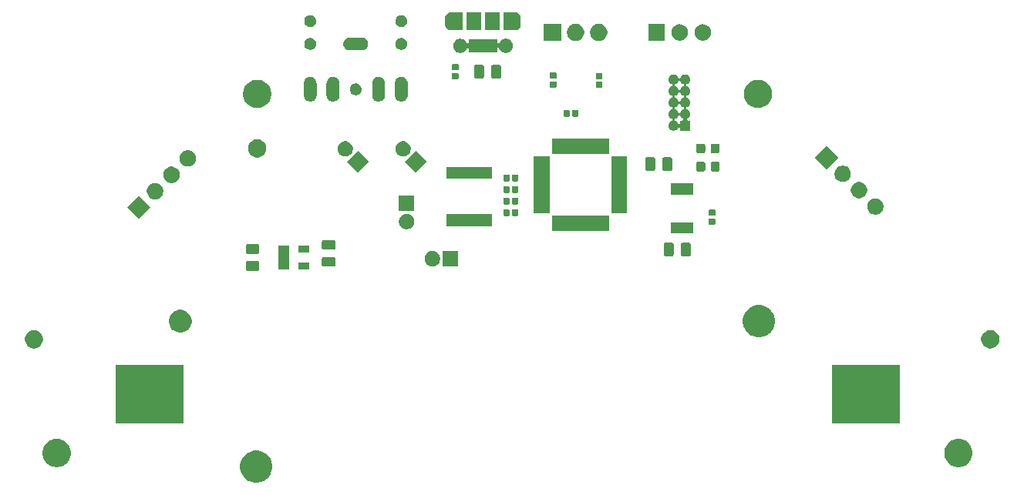
<source format=gbr>
G04 #@! TF.GenerationSoftware,KiCad,Pcbnew,(5.1.5)-3*
G04 #@! TF.CreationDate,2020-12-02T13:07:11-08:00*
G04 #@! TF.ProjectId,USonicTherminNoName,55536f6e-6963-4546-9865-726d696e4e6f,1.0*
G04 #@! TF.SameCoordinates,Original*
G04 #@! TF.FileFunction,Soldermask,Top*
G04 #@! TF.FilePolarity,Negative*
%FSLAX46Y46*%
G04 Gerber Fmt 4.6, Leading zero omitted, Abs format (unit mm)*
G04 Created by KiCad (PCBNEW (5.1.5)-3) date 2020-12-02 13:07:11*
%MOMM*%
%LPD*%
G04 APERTURE LIST*
%ADD10C,0.100000*%
G04 APERTURE END LIST*
D10*
G36*
X113032039Y-136212250D02*
G01*
X113164796Y-136267240D01*
X113355251Y-136346129D01*
X113646134Y-136540491D01*
X113893509Y-136787866D01*
X114087871Y-137078749D01*
X114087871Y-137078750D01*
X114221750Y-137401961D01*
X114290000Y-137745078D01*
X114290000Y-138094922D01*
X114221750Y-138438039D01*
X114143325Y-138627372D01*
X114087871Y-138761251D01*
X113893509Y-139052134D01*
X113646134Y-139299509D01*
X113355251Y-139493871D01*
X113221372Y-139549325D01*
X113032039Y-139627750D01*
X112688922Y-139696000D01*
X112339078Y-139696000D01*
X111995961Y-139627750D01*
X111806628Y-139549325D01*
X111672749Y-139493871D01*
X111381866Y-139299509D01*
X111134491Y-139052134D01*
X110940129Y-138761251D01*
X110884675Y-138627372D01*
X110806250Y-138438039D01*
X110738000Y-138094922D01*
X110738000Y-137745078D01*
X110806250Y-137401961D01*
X110940129Y-137078750D01*
X110940129Y-137078749D01*
X111134491Y-136787866D01*
X111381866Y-136540491D01*
X111672749Y-136346129D01*
X111863204Y-136267240D01*
X111995961Y-136212250D01*
X112339078Y-136144000D01*
X112688922Y-136144000D01*
X113032039Y-136212250D01*
G37*
G36*
X189916585Y-134898802D02*
G01*
X190066410Y-134928604D01*
X190348674Y-135045521D01*
X190602705Y-135215259D01*
X190818741Y-135431295D01*
X190988479Y-135685326D01*
X191105396Y-135967590D01*
X191165000Y-136267240D01*
X191165000Y-136572760D01*
X191105396Y-136872410D01*
X190988479Y-137154674D01*
X190818741Y-137408705D01*
X190602705Y-137624741D01*
X190348674Y-137794479D01*
X190066410Y-137911396D01*
X189916585Y-137941198D01*
X189766761Y-137971000D01*
X189461239Y-137971000D01*
X189311415Y-137941198D01*
X189161590Y-137911396D01*
X188879326Y-137794479D01*
X188625295Y-137624741D01*
X188409259Y-137408705D01*
X188239521Y-137154674D01*
X188122604Y-136872410D01*
X188063000Y-136572760D01*
X188063000Y-136267240D01*
X188122604Y-135967590D01*
X188239521Y-135685326D01*
X188409259Y-135431295D01*
X188625295Y-135215259D01*
X188879326Y-135045521D01*
X189161590Y-134928604D01*
X189311415Y-134898802D01*
X189461239Y-134869000D01*
X189766761Y-134869000D01*
X189916585Y-134898802D01*
G37*
G36*
X90916585Y-134898802D02*
G01*
X91066410Y-134928604D01*
X91348674Y-135045521D01*
X91602705Y-135215259D01*
X91818741Y-135431295D01*
X91988479Y-135685326D01*
X92105396Y-135967590D01*
X92165000Y-136267240D01*
X92165000Y-136572760D01*
X92105396Y-136872410D01*
X91988479Y-137154674D01*
X91818741Y-137408705D01*
X91602705Y-137624741D01*
X91348674Y-137794479D01*
X91066410Y-137911396D01*
X90916585Y-137941198D01*
X90766761Y-137971000D01*
X90461239Y-137971000D01*
X90311415Y-137941198D01*
X90161590Y-137911396D01*
X89879326Y-137794479D01*
X89625295Y-137624741D01*
X89409259Y-137408705D01*
X89239521Y-137154674D01*
X89122604Y-136872410D01*
X89063000Y-136572760D01*
X89063000Y-136267240D01*
X89122604Y-135967590D01*
X89239521Y-135685326D01*
X89409259Y-135431295D01*
X89625295Y-135215259D01*
X89879326Y-135045521D01*
X90161590Y-134928604D01*
X90311415Y-134898802D01*
X90461239Y-134869000D01*
X90766761Y-134869000D01*
X90916585Y-134898802D01*
G37*
G36*
X104505000Y-133146000D02*
G01*
X97063000Y-133146000D01*
X97063000Y-126694000D01*
X104505000Y-126694000D01*
X104505000Y-133146000D01*
G37*
G36*
X183165000Y-133146000D02*
G01*
X175723000Y-133146000D01*
X175723000Y-126694000D01*
X183165000Y-126694000D01*
X183165000Y-133146000D01*
G37*
G36*
X88341290Y-122945619D02*
G01*
X88405689Y-122958429D01*
X88587678Y-123033811D01*
X88751463Y-123143249D01*
X88890751Y-123282537D01*
X89000189Y-123446322D01*
X89075571Y-123628311D01*
X89114000Y-123821509D01*
X89114000Y-124018491D01*
X89075571Y-124211689D01*
X89000189Y-124393678D01*
X88890751Y-124557463D01*
X88751463Y-124696751D01*
X88587678Y-124806189D01*
X88405689Y-124881571D01*
X88341290Y-124894381D01*
X88212493Y-124920000D01*
X88015507Y-124920000D01*
X87886710Y-124894381D01*
X87822311Y-124881571D01*
X87640322Y-124806189D01*
X87476537Y-124696751D01*
X87337249Y-124557463D01*
X87227811Y-124393678D01*
X87152429Y-124211689D01*
X87114000Y-124018491D01*
X87114000Y-123821509D01*
X87152429Y-123628311D01*
X87227811Y-123446322D01*
X87337249Y-123282537D01*
X87476537Y-123143249D01*
X87640322Y-123033811D01*
X87822311Y-122958429D01*
X87886710Y-122945619D01*
X88015507Y-122920000D01*
X88212493Y-122920000D01*
X88341290Y-122945619D01*
G37*
G36*
X193341290Y-122945619D02*
G01*
X193405689Y-122958429D01*
X193587678Y-123033811D01*
X193751463Y-123143249D01*
X193890751Y-123282537D01*
X194000189Y-123446322D01*
X194075571Y-123628311D01*
X194114000Y-123821509D01*
X194114000Y-124018491D01*
X194075571Y-124211689D01*
X194000189Y-124393678D01*
X193890751Y-124557463D01*
X193751463Y-124696751D01*
X193587678Y-124806189D01*
X193405689Y-124881571D01*
X193341290Y-124894381D01*
X193212493Y-124920000D01*
X193015507Y-124920000D01*
X192886710Y-124894381D01*
X192822311Y-124881571D01*
X192640322Y-124806189D01*
X192476537Y-124696751D01*
X192337249Y-124557463D01*
X192227811Y-124393678D01*
X192152429Y-124211689D01*
X192114000Y-124018491D01*
X192114000Y-123821509D01*
X192152429Y-123628311D01*
X192227811Y-123446322D01*
X192337249Y-123282537D01*
X192476537Y-123143249D01*
X192640322Y-123033811D01*
X192822311Y-122958429D01*
X192886710Y-122945619D01*
X193015507Y-122920000D01*
X193212493Y-122920000D01*
X193341290Y-122945619D01*
G37*
G36*
X168232039Y-120212250D02*
G01*
X168421372Y-120290675D01*
X168555251Y-120346129D01*
X168846134Y-120540491D01*
X169093509Y-120787866D01*
X169287871Y-121078749D01*
X169287871Y-121078750D01*
X169421750Y-121401961D01*
X169490000Y-121745078D01*
X169490000Y-122094922D01*
X169421750Y-122438039D01*
X169391859Y-122510201D01*
X169287871Y-122761251D01*
X169093509Y-123052134D01*
X168846134Y-123299509D01*
X168555251Y-123493871D01*
X168421372Y-123549325D01*
X168232039Y-123627750D01*
X167888922Y-123696000D01*
X167539078Y-123696000D01*
X167195961Y-123627750D01*
X167006628Y-123549325D01*
X166872749Y-123493871D01*
X166581866Y-123299509D01*
X166334491Y-123052134D01*
X166140129Y-122761251D01*
X166036141Y-122510201D01*
X166006250Y-122438039D01*
X165938000Y-122094922D01*
X165938000Y-121745078D01*
X166006250Y-121401961D01*
X166140129Y-121078750D01*
X166140129Y-121078749D01*
X166334491Y-120787866D01*
X166581866Y-120540491D01*
X166872749Y-120346129D01*
X167006628Y-120290675D01*
X167195961Y-120212250D01*
X167539078Y-120144000D01*
X167888922Y-120144000D01*
X168232039Y-120212250D01*
G37*
G36*
X104547444Y-120721882D02*
G01*
X104774201Y-120815808D01*
X104774202Y-120815809D01*
X104978279Y-120952168D01*
X105151832Y-121125721D01*
X105242944Y-121262081D01*
X105288192Y-121329799D01*
X105382118Y-121556556D01*
X105430000Y-121797278D01*
X105430000Y-122042722D01*
X105382118Y-122283444D01*
X105288192Y-122510201D01*
X105288191Y-122510202D01*
X105151832Y-122714279D01*
X104978279Y-122887832D01*
X104872622Y-122958429D01*
X104774201Y-123024192D01*
X104547444Y-123118118D01*
X104306722Y-123166000D01*
X104061278Y-123166000D01*
X103820556Y-123118118D01*
X103593799Y-123024192D01*
X103495378Y-122958429D01*
X103389721Y-122887832D01*
X103216168Y-122714279D01*
X103079809Y-122510202D01*
X103079808Y-122510201D01*
X102985882Y-122283444D01*
X102938000Y-122042722D01*
X102938000Y-121797278D01*
X102985882Y-121556556D01*
X103079808Y-121329799D01*
X103125056Y-121262081D01*
X103216168Y-121125721D01*
X103389721Y-120952168D01*
X103593798Y-120815809D01*
X103593799Y-120815808D01*
X103820556Y-120721882D01*
X104061278Y-120674000D01*
X104306722Y-120674000D01*
X104547444Y-120721882D01*
G37*
G36*
X112698468Y-115323565D02*
G01*
X112737138Y-115335296D01*
X112772777Y-115354346D01*
X112804017Y-115379983D01*
X112829654Y-115411223D01*
X112848704Y-115446862D01*
X112860435Y-115485532D01*
X112865000Y-115531888D01*
X112865000Y-116183112D01*
X112860435Y-116229468D01*
X112848704Y-116268138D01*
X112829654Y-116303777D01*
X112804017Y-116335017D01*
X112772777Y-116360654D01*
X112737138Y-116379704D01*
X112698468Y-116391435D01*
X112652112Y-116396000D01*
X111575888Y-116396000D01*
X111529532Y-116391435D01*
X111490862Y-116379704D01*
X111455223Y-116360654D01*
X111423983Y-116335017D01*
X111398346Y-116303777D01*
X111379296Y-116268138D01*
X111367565Y-116229468D01*
X111363000Y-116183112D01*
X111363000Y-115531888D01*
X111367565Y-115485532D01*
X111379296Y-115446862D01*
X111398346Y-115411223D01*
X111423983Y-115379983D01*
X111455223Y-115354346D01*
X111490862Y-115335296D01*
X111529532Y-115323565D01*
X111575888Y-115319000D01*
X112652112Y-115319000D01*
X112698468Y-115323565D01*
G37*
G36*
X118295000Y-116246000D02*
G01*
X117133000Y-116246000D01*
X117133000Y-115494000D01*
X118295000Y-115494000D01*
X118295000Y-116246000D01*
G37*
G36*
X116095000Y-116246000D02*
G01*
X114933000Y-116246000D01*
X114933000Y-113594000D01*
X116095000Y-113594000D01*
X116095000Y-116246000D01*
G37*
G36*
X121064468Y-114863065D02*
G01*
X121103138Y-114874796D01*
X121138777Y-114893846D01*
X121170017Y-114919483D01*
X121195654Y-114950723D01*
X121214704Y-114986362D01*
X121226435Y-115025032D01*
X121231000Y-115071388D01*
X121231000Y-115722612D01*
X121226435Y-115768968D01*
X121214704Y-115807638D01*
X121195654Y-115843277D01*
X121170017Y-115874517D01*
X121138777Y-115900154D01*
X121103138Y-115919204D01*
X121064468Y-115930935D01*
X121018112Y-115935500D01*
X119941888Y-115935500D01*
X119895532Y-115930935D01*
X119856862Y-115919204D01*
X119821223Y-115900154D01*
X119789983Y-115874517D01*
X119764346Y-115843277D01*
X119745296Y-115807638D01*
X119733565Y-115768968D01*
X119729000Y-115722612D01*
X119729000Y-115071388D01*
X119733565Y-115025032D01*
X119745296Y-114986362D01*
X119764346Y-114950723D01*
X119789983Y-114919483D01*
X119821223Y-114893846D01*
X119856862Y-114874796D01*
X119895532Y-114863065D01*
X119941888Y-114858500D01*
X121018112Y-114858500D01*
X121064468Y-114863065D01*
G37*
G36*
X134709000Y-115913000D02*
G01*
X133007000Y-115913000D01*
X133007000Y-114211000D01*
X134709000Y-114211000D01*
X134709000Y-115913000D01*
G37*
G36*
X132106228Y-114243703D02*
G01*
X132261100Y-114307853D01*
X132400481Y-114400985D01*
X132519015Y-114519519D01*
X132612147Y-114658900D01*
X132676297Y-114813772D01*
X132709000Y-114978184D01*
X132709000Y-115145816D01*
X132676297Y-115310228D01*
X132612147Y-115465100D01*
X132519015Y-115604481D01*
X132400481Y-115723015D01*
X132261100Y-115816147D01*
X132106228Y-115880297D01*
X131941816Y-115913000D01*
X131774184Y-115913000D01*
X131609772Y-115880297D01*
X131454900Y-115816147D01*
X131315519Y-115723015D01*
X131196985Y-115604481D01*
X131103853Y-115465100D01*
X131039703Y-115310228D01*
X131007000Y-115145816D01*
X131007000Y-114978184D01*
X131039703Y-114813772D01*
X131103853Y-114658900D01*
X131196985Y-114519519D01*
X131315519Y-114400985D01*
X131454900Y-114307853D01*
X131609772Y-114243703D01*
X131774184Y-114211000D01*
X131941816Y-114211000D01*
X132106228Y-114243703D01*
G37*
G36*
X158184468Y-113299565D02*
G01*
X158223138Y-113311296D01*
X158258777Y-113330346D01*
X158290017Y-113355983D01*
X158315654Y-113387223D01*
X158334704Y-113422862D01*
X158346435Y-113461532D01*
X158351000Y-113507888D01*
X158351000Y-114584112D01*
X158346435Y-114630468D01*
X158334704Y-114669137D01*
X158315654Y-114704777D01*
X158290017Y-114736017D01*
X158258777Y-114761654D01*
X158223138Y-114780704D01*
X158184468Y-114792435D01*
X158138112Y-114797000D01*
X157486888Y-114797000D01*
X157440532Y-114792435D01*
X157401862Y-114780704D01*
X157366223Y-114761654D01*
X157334983Y-114736017D01*
X157309346Y-114704777D01*
X157290296Y-114669137D01*
X157278565Y-114630468D01*
X157274000Y-114584112D01*
X157274000Y-113507888D01*
X157278565Y-113461532D01*
X157290296Y-113422862D01*
X157309346Y-113387223D01*
X157334983Y-113355983D01*
X157366223Y-113330346D01*
X157401862Y-113311296D01*
X157440532Y-113299565D01*
X157486888Y-113295000D01*
X158138112Y-113295000D01*
X158184468Y-113299565D01*
G37*
G36*
X160059468Y-113299565D02*
G01*
X160098138Y-113311296D01*
X160133777Y-113330346D01*
X160165017Y-113355983D01*
X160190654Y-113387223D01*
X160209704Y-113422862D01*
X160221435Y-113461532D01*
X160226000Y-113507888D01*
X160226000Y-114584112D01*
X160221435Y-114630468D01*
X160209704Y-114669137D01*
X160190654Y-114704777D01*
X160165017Y-114736017D01*
X160133777Y-114761654D01*
X160098138Y-114780704D01*
X160059468Y-114792435D01*
X160013112Y-114797000D01*
X159361888Y-114797000D01*
X159315532Y-114792435D01*
X159276862Y-114780704D01*
X159241223Y-114761654D01*
X159209983Y-114736017D01*
X159184346Y-114704777D01*
X159165296Y-114669137D01*
X159153565Y-114630468D01*
X159149000Y-114584112D01*
X159149000Y-113507888D01*
X159153565Y-113461532D01*
X159165296Y-113422862D01*
X159184346Y-113387223D01*
X159209983Y-113355983D01*
X159241223Y-113330346D01*
X159276862Y-113311296D01*
X159315532Y-113299565D01*
X159361888Y-113295000D01*
X160013112Y-113295000D01*
X160059468Y-113299565D01*
G37*
G36*
X112698468Y-113448565D02*
G01*
X112737138Y-113460296D01*
X112772777Y-113479346D01*
X112804017Y-113504983D01*
X112829654Y-113536223D01*
X112848704Y-113571862D01*
X112860435Y-113610532D01*
X112865000Y-113656888D01*
X112865000Y-114308112D01*
X112860435Y-114354468D01*
X112848704Y-114393138D01*
X112829654Y-114428777D01*
X112804017Y-114460017D01*
X112772777Y-114485654D01*
X112737138Y-114504704D01*
X112698468Y-114516435D01*
X112652112Y-114521000D01*
X111575888Y-114521000D01*
X111529532Y-114516435D01*
X111490862Y-114504704D01*
X111455223Y-114485654D01*
X111423983Y-114460017D01*
X111398346Y-114428777D01*
X111379296Y-114393138D01*
X111367565Y-114354468D01*
X111363000Y-114308112D01*
X111363000Y-113656888D01*
X111367565Y-113610532D01*
X111379296Y-113571862D01*
X111398346Y-113536223D01*
X111423983Y-113504983D01*
X111455223Y-113479346D01*
X111490862Y-113460296D01*
X111529532Y-113448565D01*
X111575888Y-113444000D01*
X112652112Y-113444000D01*
X112698468Y-113448565D01*
G37*
G36*
X118295000Y-114346000D02*
G01*
X117133000Y-114346000D01*
X117133000Y-113594000D01*
X118295000Y-113594000D01*
X118295000Y-114346000D01*
G37*
G36*
X121064468Y-112988065D02*
G01*
X121103138Y-112999796D01*
X121138777Y-113018846D01*
X121170017Y-113044483D01*
X121195654Y-113075723D01*
X121214704Y-113111362D01*
X121226435Y-113150032D01*
X121231000Y-113196388D01*
X121231000Y-113847612D01*
X121226435Y-113893968D01*
X121214704Y-113932638D01*
X121195654Y-113968277D01*
X121170017Y-113999517D01*
X121138777Y-114025154D01*
X121103138Y-114044204D01*
X121064468Y-114055935D01*
X121018112Y-114060500D01*
X119941888Y-114060500D01*
X119895532Y-114055935D01*
X119856862Y-114044204D01*
X119821223Y-114025154D01*
X119789983Y-113999517D01*
X119764346Y-113968277D01*
X119745296Y-113932638D01*
X119733565Y-113893968D01*
X119729000Y-113847612D01*
X119729000Y-113196388D01*
X119733565Y-113150032D01*
X119745296Y-113111362D01*
X119764346Y-113075723D01*
X119789983Y-113044483D01*
X119821223Y-113018846D01*
X119856862Y-112999796D01*
X119895532Y-112988065D01*
X119941888Y-112983500D01*
X121018112Y-112983500D01*
X121064468Y-112988065D01*
G37*
G36*
X160465001Y-112293999D02*
G01*
X158013001Y-112293999D01*
X158013001Y-111091999D01*
X160465001Y-111091999D01*
X160465001Y-112293999D01*
G37*
G36*
X151240000Y-112021000D02*
G01*
X144988000Y-112021000D01*
X144988000Y-110319000D01*
X151240000Y-110319000D01*
X151240000Y-112021000D01*
G37*
G36*
X129280228Y-110147703D02*
G01*
X129435100Y-110211853D01*
X129574481Y-110304985D01*
X129693015Y-110423519D01*
X129786147Y-110562900D01*
X129850297Y-110717772D01*
X129883000Y-110882184D01*
X129883000Y-111049816D01*
X129850297Y-111214228D01*
X129786147Y-111369100D01*
X129693015Y-111508481D01*
X129574481Y-111627015D01*
X129435100Y-111720147D01*
X129280228Y-111784297D01*
X129115816Y-111817000D01*
X128948184Y-111817000D01*
X128783772Y-111784297D01*
X128628900Y-111720147D01*
X128489519Y-111627015D01*
X128370985Y-111508481D01*
X128277853Y-111369100D01*
X128213703Y-111214228D01*
X128181000Y-111049816D01*
X128181000Y-110882184D01*
X128213703Y-110717772D01*
X128277853Y-110562900D01*
X128370985Y-110423519D01*
X128489519Y-110304985D01*
X128628900Y-110211853D01*
X128783772Y-110147703D01*
X128948184Y-110115000D01*
X129115816Y-110115000D01*
X129280228Y-110147703D01*
G37*
G36*
X138363500Y-111455000D02*
G01*
X133416500Y-111455000D01*
X133416500Y-110153000D01*
X138363500Y-110153000D01*
X138363500Y-111455000D01*
G37*
G36*
X162841938Y-110631716D02*
G01*
X162862557Y-110637971D01*
X162881553Y-110648124D01*
X162898208Y-110661792D01*
X162911876Y-110678447D01*
X162922029Y-110697443D01*
X162928284Y-110718062D01*
X162931000Y-110745640D01*
X162931000Y-111204360D01*
X162928284Y-111231938D01*
X162922029Y-111252557D01*
X162911876Y-111271553D01*
X162898208Y-111288208D01*
X162881553Y-111301876D01*
X162862557Y-111312029D01*
X162841938Y-111318284D01*
X162814360Y-111321000D01*
X162305640Y-111321000D01*
X162278062Y-111318284D01*
X162257443Y-111312029D01*
X162238447Y-111301876D01*
X162221792Y-111288208D01*
X162208124Y-111271553D01*
X162197971Y-111252557D01*
X162191716Y-111231938D01*
X162189000Y-111204360D01*
X162189000Y-110745640D01*
X162191716Y-110718062D01*
X162197971Y-110697443D01*
X162208124Y-110678447D01*
X162221792Y-110661792D01*
X162238447Y-110648124D01*
X162257443Y-110637971D01*
X162278062Y-110631716D01*
X162305640Y-110629000D01*
X162814360Y-110629000D01*
X162841938Y-110631716D01*
G37*
G36*
X100888206Y-109420000D02*
G01*
X99614000Y-110694206D01*
X98339794Y-109420000D01*
X99614000Y-108145794D01*
X100888206Y-109420000D01*
G37*
G36*
X141203938Y-109613716D02*
G01*
X141224557Y-109619971D01*
X141243553Y-109630124D01*
X141260208Y-109643792D01*
X141273876Y-109660447D01*
X141284029Y-109679443D01*
X141290284Y-109700062D01*
X141293000Y-109727640D01*
X141293000Y-110236360D01*
X141290284Y-110263938D01*
X141284029Y-110284557D01*
X141273876Y-110303553D01*
X141260208Y-110320208D01*
X141243553Y-110333876D01*
X141224557Y-110344029D01*
X141203938Y-110350284D01*
X141176360Y-110353000D01*
X140717640Y-110353000D01*
X140690062Y-110350284D01*
X140669443Y-110344029D01*
X140650447Y-110333876D01*
X140633792Y-110320208D01*
X140620124Y-110303553D01*
X140609971Y-110284557D01*
X140603716Y-110263938D01*
X140601000Y-110236360D01*
X140601000Y-109727640D01*
X140603716Y-109700062D01*
X140609971Y-109679443D01*
X140620124Y-109660447D01*
X140633792Y-109643792D01*
X140650447Y-109630124D01*
X140669443Y-109619971D01*
X140690062Y-109613716D01*
X140717640Y-109611000D01*
X141176360Y-109611000D01*
X141203938Y-109613716D01*
G37*
G36*
X140233938Y-109613716D02*
G01*
X140254557Y-109619971D01*
X140273553Y-109630124D01*
X140290208Y-109643792D01*
X140303876Y-109660447D01*
X140314029Y-109679443D01*
X140320284Y-109700062D01*
X140323000Y-109727640D01*
X140323000Y-110236360D01*
X140320284Y-110263938D01*
X140314029Y-110284557D01*
X140303876Y-110303553D01*
X140290208Y-110320208D01*
X140273553Y-110333876D01*
X140254557Y-110344029D01*
X140233938Y-110350284D01*
X140206360Y-110353000D01*
X139747640Y-110353000D01*
X139720062Y-110350284D01*
X139699443Y-110344029D01*
X139680447Y-110333876D01*
X139663792Y-110320208D01*
X139650124Y-110303553D01*
X139639971Y-110284557D01*
X139633716Y-110263938D01*
X139631000Y-110236360D01*
X139631000Y-109727640D01*
X139633716Y-109700062D01*
X139639971Y-109679443D01*
X139650124Y-109660447D01*
X139663792Y-109643792D01*
X139680447Y-109630124D01*
X139699443Y-109619971D01*
X139720062Y-109613716D01*
X139747640Y-109611000D01*
X140206360Y-109611000D01*
X140233938Y-109613716D01*
G37*
G36*
X162841938Y-109661716D02*
G01*
X162862557Y-109667971D01*
X162881553Y-109678124D01*
X162898208Y-109691792D01*
X162911876Y-109708447D01*
X162922029Y-109727443D01*
X162928284Y-109748062D01*
X162931000Y-109775640D01*
X162931000Y-110234360D01*
X162928284Y-110261938D01*
X162922029Y-110282557D01*
X162911876Y-110301553D01*
X162898208Y-110318208D01*
X162881553Y-110331876D01*
X162862557Y-110342029D01*
X162841938Y-110348284D01*
X162814360Y-110351000D01*
X162305640Y-110351000D01*
X162278062Y-110348284D01*
X162257443Y-110342029D01*
X162238447Y-110331876D01*
X162221792Y-110318208D01*
X162208124Y-110301553D01*
X162197971Y-110282557D01*
X162191716Y-110261938D01*
X162189000Y-110234360D01*
X162189000Y-109775640D01*
X162191716Y-109748062D01*
X162197971Y-109727443D01*
X162208124Y-109708447D01*
X162221792Y-109691792D01*
X162238447Y-109678124D01*
X162257443Y-109667971D01*
X162278062Y-109661716D01*
X162305640Y-109659000D01*
X162814360Y-109659000D01*
X162841938Y-109661716D01*
G37*
G36*
X180602403Y-108409443D02*
G01*
X180764966Y-108441778D01*
X180928938Y-108509698D01*
X181076508Y-108608301D01*
X181202007Y-108733800D01*
X181300610Y-108881370D01*
X181368530Y-109045342D01*
X181403154Y-109219413D01*
X181403154Y-109396895D01*
X181368530Y-109570966D01*
X181300610Y-109734938D01*
X181202007Y-109882508D01*
X181076508Y-110008007D01*
X180928938Y-110106610D01*
X180764966Y-110174530D01*
X180615666Y-110204227D01*
X180590896Y-110209154D01*
X180413412Y-110209154D01*
X180388642Y-110204227D01*
X180239342Y-110174530D01*
X180075370Y-110106610D01*
X179927800Y-110008007D01*
X179802301Y-109882508D01*
X179703698Y-109734938D01*
X179635778Y-109570966D01*
X179601154Y-109396895D01*
X179601154Y-109219413D01*
X179635778Y-109045342D01*
X179703698Y-108881370D01*
X179802301Y-108733800D01*
X179927800Y-108608301D01*
X180075370Y-108509698D01*
X180239342Y-108441778D01*
X180401905Y-108409443D01*
X180413412Y-108407154D01*
X180590896Y-108407154D01*
X180602403Y-108409443D01*
G37*
G36*
X144715000Y-110046000D02*
G01*
X143013000Y-110046000D01*
X143013000Y-103794000D01*
X144715000Y-103794000D01*
X144715000Y-110046000D01*
G37*
G36*
X153215000Y-110046000D02*
G01*
X151513000Y-110046000D01*
X151513000Y-103794000D01*
X153215000Y-103794000D01*
X153215000Y-110046000D01*
G37*
G36*
X129883000Y-109817000D02*
G01*
X128181000Y-109817000D01*
X128181000Y-108115000D01*
X129883000Y-108115000D01*
X129883000Y-109817000D01*
G37*
G36*
X140233938Y-108343716D02*
G01*
X140254557Y-108349971D01*
X140273553Y-108360124D01*
X140290208Y-108373792D01*
X140303876Y-108390447D01*
X140314029Y-108409443D01*
X140320284Y-108430062D01*
X140323000Y-108457640D01*
X140323000Y-108966360D01*
X140320284Y-108993938D01*
X140314029Y-109014557D01*
X140303876Y-109033553D01*
X140290208Y-109050208D01*
X140273553Y-109063876D01*
X140254557Y-109074029D01*
X140233938Y-109080284D01*
X140206360Y-109083000D01*
X139747640Y-109083000D01*
X139720062Y-109080284D01*
X139699443Y-109074029D01*
X139680447Y-109063876D01*
X139663792Y-109050208D01*
X139650124Y-109033553D01*
X139639971Y-109014557D01*
X139633716Y-108993938D01*
X139631000Y-108966360D01*
X139631000Y-108457640D01*
X139633716Y-108430062D01*
X139639971Y-108409443D01*
X139650124Y-108390447D01*
X139663792Y-108373792D01*
X139680447Y-108360124D01*
X139699443Y-108349971D01*
X139720062Y-108343716D01*
X139747640Y-108341000D01*
X140206360Y-108341000D01*
X140233938Y-108343716D01*
G37*
G36*
X141203938Y-108343716D02*
G01*
X141224557Y-108349971D01*
X141243553Y-108360124D01*
X141260208Y-108373792D01*
X141273876Y-108390447D01*
X141284029Y-108409443D01*
X141290284Y-108430062D01*
X141293000Y-108457640D01*
X141293000Y-108966360D01*
X141290284Y-108993938D01*
X141284029Y-109014557D01*
X141273876Y-109033553D01*
X141260208Y-109050208D01*
X141243553Y-109063876D01*
X141224557Y-109074029D01*
X141203938Y-109080284D01*
X141176360Y-109083000D01*
X140717640Y-109083000D01*
X140690062Y-109080284D01*
X140669443Y-109074029D01*
X140650447Y-109063876D01*
X140633792Y-109050208D01*
X140620124Y-109033553D01*
X140609971Y-109014557D01*
X140603716Y-108993938D01*
X140601000Y-108966360D01*
X140601000Y-108457640D01*
X140603716Y-108430062D01*
X140609971Y-108409443D01*
X140620124Y-108390447D01*
X140633792Y-108373792D01*
X140650447Y-108360124D01*
X140669443Y-108349971D01*
X140690062Y-108343716D01*
X140717640Y-108341000D01*
X141176360Y-108341000D01*
X141203938Y-108343716D01*
G37*
G36*
X101523563Y-106727876D02*
G01*
X101672863Y-106757573D01*
X101836835Y-106825493D01*
X101984405Y-106924096D01*
X102109904Y-107049595D01*
X102208507Y-107197165D01*
X102276427Y-107361137D01*
X102311051Y-107535208D01*
X102311051Y-107712690D01*
X102276427Y-107886761D01*
X102208507Y-108050733D01*
X102109904Y-108198303D01*
X101984405Y-108323802D01*
X101836835Y-108422405D01*
X101672863Y-108490325D01*
X101523563Y-108520022D01*
X101498793Y-108524949D01*
X101321309Y-108524949D01*
X101296539Y-108520022D01*
X101147239Y-108490325D01*
X100983267Y-108422405D01*
X100835697Y-108323802D01*
X100710198Y-108198303D01*
X100611595Y-108050733D01*
X100543675Y-107886761D01*
X100509051Y-107712690D01*
X100509051Y-107535208D01*
X100543675Y-107361137D01*
X100611595Y-107197165D01*
X100710198Y-107049595D01*
X100835697Y-106924096D01*
X100983267Y-106825493D01*
X101147239Y-106757573D01*
X101296539Y-106727876D01*
X101321309Y-106722949D01*
X101498793Y-106722949D01*
X101523563Y-106727876D01*
G37*
G36*
X178819614Y-106616029D02*
G01*
X178968914Y-106645726D01*
X179132886Y-106713646D01*
X179280456Y-106812249D01*
X179405955Y-106937748D01*
X179504558Y-107085318D01*
X179572478Y-107249290D01*
X179607102Y-107423361D01*
X179607102Y-107600843D01*
X179572478Y-107774914D01*
X179504558Y-107938886D01*
X179405955Y-108086456D01*
X179280456Y-108211955D01*
X179132886Y-108310558D01*
X178968914Y-108378478D01*
X178824746Y-108407154D01*
X178794844Y-108413102D01*
X178617360Y-108413102D01*
X178587458Y-108407154D01*
X178443290Y-108378478D01*
X178279318Y-108310558D01*
X178131748Y-108211955D01*
X178006249Y-108086456D01*
X177907646Y-107938886D01*
X177839726Y-107774914D01*
X177805102Y-107600843D01*
X177805102Y-107423361D01*
X177839726Y-107249290D01*
X177907646Y-107085318D01*
X178006249Y-106937748D01*
X178131748Y-106812249D01*
X178279318Y-106713646D01*
X178443290Y-106645726D01*
X178592590Y-106616029D01*
X178617360Y-106611102D01*
X178794844Y-106611102D01*
X178819614Y-106616029D01*
G37*
G36*
X160465001Y-107993999D02*
G01*
X158013001Y-107993999D01*
X158013001Y-106791999D01*
X160465001Y-106791999D01*
X160465001Y-107993999D01*
G37*
G36*
X140233938Y-107073716D02*
G01*
X140254557Y-107079971D01*
X140273553Y-107090124D01*
X140290208Y-107103792D01*
X140303876Y-107120447D01*
X140314029Y-107139443D01*
X140320284Y-107160062D01*
X140323000Y-107187640D01*
X140323000Y-107696360D01*
X140320284Y-107723938D01*
X140314029Y-107744557D01*
X140303876Y-107763553D01*
X140290208Y-107780208D01*
X140273553Y-107793876D01*
X140254557Y-107804029D01*
X140233938Y-107810284D01*
X140206360Y-107813000D01*
X139747640Y-107813000D01*
X139720062Y-107810284D01*
X139699443Y-107804029D01*
X139680447Y-107793876D01*
X139663792Y-107780208D01*
X139650124Y-107763553D01*
X139639971Y-107744557D01*
X139633716Y-107723938D01*
X139631000Y-107696360D01*
X139631000Y-107187640D01*
X139633716Y-107160062D01*
X139639971Y-107139443D01*
X139650124Y-107120447D01*
X139663792Y-107103792D01*
X139680447Y-107090124D01*
X139699443Y-107079971D01*
X139720062Y-107073716D01*
X139747640Y-107071000D01*
X140206360Y-107071000D01*
X140233938Y-107073716D01*
G37*
G36*
X141203938Y-107073716D02*
G01*
X141224557Y-107079971D01*
X141243553Y-107090124D01*
X141260208Y-107103792D01*
X141273876Y-107120447D01*
X141284029Y-107139443D01*
X141290284Y-107160062D01*
X141293000Y-107187640D01*
X141293000Y-107696360D01*
X141290284Y-107723938D01*
X141284029Y-107744557D01*
X141273876Y-107763553D01*
X141260208Y-107780208D01*
X141243553Y-107793876D01*
X141224557Y-107804029D01*
X141203938Y-107810284D01*
X141176360Y-107813000D01*
X140717640Y-107813000D01*
X140690062Y-107810284D01*
X140669443Y-107804029D01*
X140650447Y-107793876D01*
X140633792Y-107780208D01*
X140620124Y-107763553D01*
X140609971Y-107744557D01*
X140603716Y-107723938D01*
X140601000Y-107696360D01*
X140601000Y-107187640D01*
X140603716Y-107160062D01*
X140609971Y-107139443D01*
X140620124Y-107120447D01*
X140633792Y-107103792D01*
X140650447Y-107090124D01*
X140669443Y-107079971D01*
X140690062Y-107073716D01*
X140717640Y-107071000D01*
X141176360Y-107071000D01*
X141203938Y-107073716D01*
G37*
G36*
X103319614Y-104931825D02*
G01*
X103468914Y-104961522D01*
X103632886Y-105029442D01*
X103780456Y-105128045D01*
X103905955Y-105253544D01*
X104004558Y-105401114D01*
X104072478Y-105565086D01*
X104107102Y-105739157D01*
X104107102Y-105916639D01*
X104072478Y-106090710D01*
X104004558Y-106254682D01*
X103905955Y-106402252D01*
X103780456Y-106527751D01*
X103632886Y-106626354D01*
X103468914Y-106694274D01*
X103324751Y-106722949D01*
X103294844Y-106728898D01*
X103117360Y-106728898D01*
X103087453Y-106722949D01*
X102943290Y-106694274D01*
X102779318Y-106626354D01*
X102631748Y-106527751D01*
X102506249Y-106402252D01*
X102407646Y-106254682D01*
X102339726Y-106090710D01*
X102305102Y-105916639D01*
X102305102Y-105739157D01*
X102339726Y-105565086D01*
X102407646Y-105401114D01*
X102506249Y-105253544D01*
X102631748Y-105128045D01*
X102779318Y-105029442D01*
X102943290Y-104961522D01*
X103092590Y-104931825D01*
X103117360Y-104926898D01*
X103294844Y-104926898D01*
X103319614Y-104931825D01*
G37*
G36*
X177023563Y-104819978D02*
G01*
X177172863Y-104849675D01*
X177336835Y-104917595D01*
X177484405Y-105016198D01*
X177609904Y-105141697D01*
X177708507Y-105289267D01*
X177776427Y-105453239D01*
X177811051Y-105627310D01*
X177811051Y-105804792D01*
X177776427Y-105978863D01*
X177708507Y-106142835D01*
X177609904Y-106290405D01*
X177484405Y-106415904D01*
X177336835Y-106514507D01*
X177172863Y-106582427D01*
X177028700Y-106611102D01*
X176998793Y-106617051D01*
X176821309Y-106617051D01*
X176791402Y-106611102D01*
X176647239Y-106582427D01*
X176483267Y-106514507D01*
X176335697Y-106415904D01*
X176210198Y-106290405D01*
X176111595Y-106142835D01*
X176043675Y-105978863D01*
X176009051Y-105804792D01*
X176009051Y-105627310D01*
X176043675Y-105453239D01*
X176111595Y-105289267D01*
X176210198Y-105141697D01*
X176335697Y-105016198D01*
X176483267Y-104917595D01*
X176647239Y-104849675D01*
X176796539Y-104819978D01*
X176821309Y-104815051D01*
X176998793Y-104815051D01*
X177023563Y-104819978D01*
G37*
G36*
X140256938Y-105803716D02*
G01*
X140277557Y-105809971D01*
X140296553Y-105820124D01*
X140313208Y-105833792D01*
X140326876Y-105850447D01*
X140337029Y-105869443D01*
X140343284Y-105890062D01*
X140346000Y-105917640D01*
X140346000Y-106426360D01*
X140343284Y-106453938D01*
X140337029Y-106474557D01*
X140326876Y-106493553D01*
X140313208Y-106510208D01*
X140296553Y-106523876D01*
X140277557Y-106534029D01*
X140256938Y-106540284D01*
X140229360Y-106543000D01*
X139770640Y-106543000D01*
X139743062Y-106540284D01*
X139722443Y-106534029D01*
X139703447Y-106523876D01*
X139686792Y-106510208D01*
X139673124Y-106493553D01*
X139662971Y-106474557D01*
X139656716Y-106453938D01*
X139654000Y-106426360D01*
X139654000Y-105917640D01*
X139656716Y-105890062D01*
X139662971Y-105869443D01*
X139673124Y-105850447D01*
X139686792Y-105833792D01*
X139703447Y-105820124D01*
X139722443Y-105809971D01*
X139743062Y-105803716D01*
X139770640Y-105801000D01*
X140229360Y-105801000D01*
X140256938Y-105803716D01*
G37*
G36*
X141226938Y-105803716D02*
G01*
X141247557Y-105809971D01*
X141266553Y-105820124D01*
X141283208Y-105833792D01*
X141296876Y-105850447D01*
X141307029Y-105869443D01*
X141313284Y-105890062D01*
X141316000Y-105917640D01*
X141316000Y-106426360D01*
X141313284Y-106453938D01*
X141307029Y-106474557D01*
X141296876Y-106493553D01*
X141283208Y-106510208D01*
X141266553Y-106523876D01*
X141247557Y-106534029D01*
X141226938Y-106540284D01*
X141199360Y-106543000D01*
X140740640Y-106543000D01*
X140713062Y-106540284D01*
X140692443Y-106534029D01*
X140673447Y-106523876D01*
X140656792Y-106510208D01*
X140643124Y-106493553D01*
X140632971Y-106474557D01*
X140626716Y-106453938D01*
X140624000Y-106426360D01*
X140624000Y-105917640D01*
X140626716Y-105890062D01*
X140632971Y-105869443D01*
X140643124Y-105850447D01*
X140656792Y-105833792D01*
X140673447Y-105820124D01*
X140692443Y-105809971D01*
X140713062Y-105803716D01*
X140740640Y-105801000D01*
X141199360Y-105801000D01*
X141226938Y-105803716D01*
G37*
G36*
X138363500Y-106255000D02*
G01*
X133416500Y-106255000D01*
X133416500Y-104953000D01*
X138363500Y-104953000D01*
X138363500Y-106255000D01*
G37*
G36*
X131251496Y-104394000D02*
G01*
X130048000Y-105597496D01*
X128844504Y-104394000D01*
X130048000Y-103190504D01*
X131251496Y-104394000D01*
G37*
G36*
X124901496Y-104394000D02*
G01*
X123698000Y-105597496D01*
X122494504Y-104394000D01*
X123698000Y-103190504D01*
X124901496Y-104394000D01*
G37*
G36*
X163243591Y-104398085D02*
G01*
X163277569Y-104408393D01*
X163308890Y-104425134D01*
X163336339Y-104447661D01*
X163358866Y-104475110D01*
X163375607Y-104506431D01*
X163385915Y-104540409D01*
X163390000Y-104581890D01*
X163390000Y-105258110D01*
X163385915Y-105299591D01*
X163375607Y-105333569D01*
X163358866Y-105364890D01*
X163336339Y-105392339D01*
X163308890Y-105414866D01*
X163277569Y-105431607D01*
X163243591Y-105441915D01*
X163202110Y-105446000D01*
X162600890Y-105446000D01*
X162559409Y-105441915D01*
X162525431Y-105431607D01*
X162494110Y-105414866D01*
X162466661Y-105392339D01*
X162444134Y-105364890D01*
X162427393Y-105333569D01*
X162417085Y-105299591D01*
X162413000Y-105258110D01*
X162413000Y-104581890D01*
X162417085Y-104540409D01*
X162427393Y-104506431D01*
X162444134Y-104475110D01*
X162466661Y-104447661D01*
X162494110Y-104425134D01*
X162525431Y-104408393D01*
X162559409Y-104398085D01*
X162600890Y-104394000D01*
X163202110Y-104394000D01*
X163243591Y-104398085D01*
G37*
G36*
X161668591Y-104398085D02*
G01*
X161702569Y-104408393D01*
X161733890Y-104425134D01*
X161761339Y-104447661D01*
X161783866Y-104475110D01*
X161800607Y-104506431D01*
X161810915Y-104540409D01*
X161815000Y-104581890D01*
X161815000Y-105258110D01*
X161810915Y-105299591D01*
X161800607Y-105333569D01*
X161783866Y-105364890D01*
X161761339Y-105392339D01*
X161733890Y-105414866D01*
X161702569Y-105431607D01*
X161668591Y-105441915D01*
X161627110Y-105446000D01*
X161025890Y-105446000D01*
X160984409Y-105441915D01*
X160950431Y-105431607D01*
X160919110Y-105414866D01*
X160891661Y-105392339D01*
X160869134Y-105364890D01*
X160852393Y-105333569D01*
X160842085Y-105299591D01*
X160838000Y-105258110D01*
X160838000Y-104581890D01*
X160842085Y-104540409D01*
X160852393Y-104506431D01*
X160869134Y-104475110D01*
X160891661Y-104447661D01*
X160919110Y-104425134D01*
X160950431Y-104408393D01*
X160984409Y-104398085D01*
X161025890Y-104394000D01*
X161627110Y-104394000D01*
X161668591Y-104398085D01*
G37*
G36*
X158027468Y-103901565D02*
G01*
X158066138Y-103913296D01*
X158101777Y-103932346D01*
X158133017Y-103957983D01*
X158158654Y-103989223D01*
X158177704Y-104024862D01*
X158189435Y-104063532D01*
X158194000Y-104109888D01*
X158194000Y-105186112D01*
X158189435Y-105232468D01*
X158177704Y-105271138D01*
X158158654Y-105306777D01*
X158133017Y-105338017D01*
X158101777Y-105363654D01*
X158066138Y-105382704D01*
X158027468Y-105394435D01*
X157981112Y-105399000D01*
X157329888Y-105399000D01*
X157283532Y-105394435D01*
X157244862Y-105382704D01*
X157209223Y-105363654D01*
X157177983Y-105338017D01*
X157152346Y-105306777D01*
X157133296Y-105271138D01*
X157121565Y-105232468D01*
X157117000Y-105186112D01*
X157117000Y-104109888D01*
X157121565Y-104063532D01*
X157133296Y-104024862D01*
X157152346Y-103989223D01*
X157177983Y-103957983D01*
X157209223Y-103932346D01*
X157244862Y-103913296D01*
X157283532Y-103901565D01*
X157329888Y-103897000D01*
X157981112Y-103897000D01*
X158027468Y-103901565D01*
G37*
G36*
X156152468Y-103901565D02*
G01*
X156191138Y-103913296D01*
X156226777Y-103932346D01*
X156258017Y-103957983D01*
X156283654Y-103989223D01*
X156302704Y-104024862D01*
X156314435Y-104063532D01*
X156319000Y-104109888D01*
X156319000Y-105186112D01*
X156314435Y-105232468D01*
X156302704Y-105271138D01*
X156283654Y-105306777D01*
X156258017Y-105338017D01*
X156226777Y-105363654D01*
X156191138Y-105382704D01*
X156152468Y-105394435D01*
X156106112Y-105399000D01*
X155454888Y-105399000D01*
X155408532Y-105394435D01*
X155369862Y-105382704D01*
X155334223Y-105363654D01*
X155302983Y-105338017D01*
X155277346Y-105306777D01*
X155258296Y-105271138D01*
X155246565Y-105232468D01*
X155242000Y-105186112D01*
X155242000Y-104109888D01*
X155246565Y-104063532D01*
X155258296Y-104024862D01*
X155277346Y-103989223D01*
X155302983Y-103957983D01*
X155334223Y-103932346D01*
X155369862Y-103913296D01*
X155408532Y-103901565D01*
X155454888Y-103897000D01*
X156106112Y-103897000D01*
X156152468Y-103901565D01*
G37*
G36*
X176388206Y-103920000D02*
G01*
X175114000Y-105194206D01*
X173839794Y-103920000D01*
X175114000Y-102645794D01*
X176388206Y-103920000D01*
G37*
G36*
X105115666Y-103135773D02*
G01*
X105264966Y-103165470D01*
X105428938Y-103233390D01*
X105576508Y-103331993D01*
X105702007Y-103457492D01*
X105800610Y-103605062D01*
X105868530Y-103769034D01*
X105903154Y-103943105D01*
X105903154Y-104120587D01*
X105868530Y-104294658D01*
X105800610Y-104458630D01*
X105702007Y-104606200D01*
X105576508Y-104731699D01*
X105428938Y-104830302D01*
X105264966Y-104898222D01*
X105120798Y-104926898D01*
X105090896Y-104932846D01*
X104913412Y-104932846D01*
X104883510Y-104926898D01*
X104739342Y-104898222D01*
X104575370Y-104830302D01*
X104427800Y-104731699D01*
X104302301Y-104606200D01*
X104203698Y-104458630D01*
X104135778Y-104294658D01*
X104101154Y-104120587D01*
X104101154Y-103943105D01*
X104135778Y-103769034D01*
X104203698Y-103605062D01*
X104302301Y-103457492D01*
X104427800Y-103331993D01*
X104575370Y-103233390D01*
X104739342Y-103165470D01*
X104888642Y-103135773D01*
X104913412Y-103130846D01*
X105090896Y-103130846D01*
X105115666Y-103135773D01*
G37*
G36*
X112841290Y-101945619D02*
G01*
X112905689Y-101958429D01*
X113087678Y-102033811D01*
X113251463Y-102143249D01*
X113390751Y-102282537D01*
X113500189Y-102446322D01*
X113575571Y-102628311D01*
X113588381Y-102692710D01*
X113614000Y-102821507D01*
X113614000Y-103018493D01*
X113588381Y-103147290D01*
X113575571Y-103211689D01*
X113500189Y-103393678D01*
X113390751Y-103557463D01*
X113251463Y-103696751D01*
X113087678Y-103806189D01*
X112905689Y-103881571D01*
X112841290Y-103894381D01*
X112712493Y-103920000D01*
X112515507Y-103920000D01*
X112386710Y-103894381D01*
X112322311Y-103881571D01*
X112140322Y-103806189D01*
X111976537Y-103696751D01*
X111837249Y-103557463D01*
X111727811Y-103393678D01*
X111652429Y-103211689D01*
X111639619Y-103147290D01*
X111614000Y-103018493D01*
X111614000Y-102821507D01*
X111639619Y-102692710D01*
X111652429Y-102628311D01*
X111727811Y-102446322D01*
X111837249Y-102282537D01*
X111976537Y-102143249D01*
X112140322Y-102033811D01*
X112322311Y-101958429D01*
X112386710Y-101945619D01*
X112515507Y-101920000D01*
X112712493Y-101920000D01*
X112841290Y-101945619D01*
G37*
G36*
X122532014Y-102161489D02*
G01*
X122686886Y-102225639D01*
X122826267Y-102318771D01*
X122944801Y-102437305D01*
X123037933Y-102576686D01*
X123102083Y-102731558D01*
X123134786Y-102895970D01*
X123134786Y-103063602D01*
X123102083Y-103228014D01*
X123037933Y-103382886D01*
X122944801Y-103522267D01*
X122826267Y-103640801D01*
X122686886Y-103733933D01*
X122532014Y-103798083D01*
X122367602Y-103830786D01*
X122199970Y-103830786D01*
X122035558Y-103798083D01*
X121880686Y-103733933D01*
X121741305Y-103640801D01*
X121622771Y-103522267D01*
X121529639Y-103382886D01*
X121465489Y-103228014D01*
X121432786Y-103063602D01*
X121432786Y-102895970D01*
X121465489Y-102731558D01*
X121529639Y-102576686D01*
X121622771Y-102437305D01*
X121741305Y-102318771D01*
X121880686Y-102225639D01*
X122035558Y-102161489D01*
X122199970Y-102128786D01*
X122367602Y-102128786D01*
X122532014Y-102161489D01*
G37*
G36*
X128882014Y-102161489D02*
G01*
X129036886Y-102225639D01*
X129176267Y-102318771D01*
X129294801Y-102437305D01*
X129387933Y-102576686D01*
X129452083Y-102731558D01*
X129484786Y-102895970D01*
X129484786Y-103063602D01*
X129452083Y-103228014D01*
X129387933Y-103382886D01*
X129294801Y-103522267D01*
X129176267Y-103640801D01*
X129036886Y-103733933D01*
X128882014Y-103798083D01*
X128717602Y-103830786D01*
X128549970Y-103830786D01*
X128385558Y-103798083D01*
X128230686Y-103733933D01*
X128091305Y-103640801D01*
X127972771Y-103522267D01*
X127879639Y-103382886D01*
X127815489Y-103228014D01*
X127782786Y-103063602D01*
X127782786Y-102895970D01*
X127815489Y-102731558D01*
X127879639Y-102576686D01*
X127972771Y-102437305D01*
X128091305Y-102318771D01*
X128230686Y-102225639D01*
X128385558Y-102161489D01*
X128549970Y-102128786D01*
X128717602Y-102128786D01*
X128882014Y-102161489D01*
G37*
G36*
X151240000Y-103521000D02*
G01*
X144988000Y-103521000D01*
X144988000Y-101819000D01*
X151240000Y-101819000D01*
X151240000Y-103521000D01*
G37*
G36*
X161668591Y-102398085D02*
G01*
X161702569Y-102408393D01*
X161733890Y-102425134D01*
X161761339Y-102447661D01*
X161783866Y-102475110D01*
X161800607Y-102506431D01*
X161810915Y-102540409D01*
X161815000Y-102581890D01*
X161815000Y-103258110D01*
X161810915Y-103299591D01*
X161800607Y-103333569D01*
X161783866Y-103364890D01*
X161761339Y-103392339D01*
X161733890Y-103414866D01*
X161702569Y-103431607D01*
X161668591Y-103441915D01*
X161627110Y-103446000D01*
X161025890Y-103446000D01*
X160984409Y-103441915D01*
X160950431Y-103431607D01*
X160919110Y-103414866D01*
X160891661Y-103392339D01*
X160869134Y-103364890D01*
X160852393Y-103333569D01*
X160842085Y-103299591D01*
X160838000Y-103258110D01*
X160838000Y-102581890D01*
X160842085Y-102540409D01*
X160852393Y-102506431D01*
X160869134Y-102475110D01*
X160891661Y-102447661D01*
X160919110Y-102425134D01*
X160950431Y-102408393D01*
X160984409Y-102398085D01*
X161025890Y-102394000D01*
X161627110Y-102394000D01*
X161668591Y-102398085D01*
G37*
G36*
X163243591Y-102398085D02*
G01*
X163277569Y-102408393D01*
X163308890Y-102425134D01*
X163336339Y-102447661D01*
X163358866Y-102475110D01*
X163375607Y-102506431D01*
X163385915Y-102540409D01*
X163390000Y-102581890D01*
X163390000Y-103258110D01*
X163385915Y-103299591D01*
X163375607Y-103333569D01*
X163358866Y-103364890D01*
X163336339Y-103392339D01*
X163308890Y-103414866D01*
X163277569Y-103431607D01*
X163243591Y-103441915D01*
X163202110Y-103446000D01*
X162600890Y-103446000D01*
X162559409Y-103441915D01*
X162525431Y-103431607D01*
X162494110Y-103414866D01*
X162466661Y-103392339D01*
X162444134Y-103364890D01*
X162427393Y-103333569D01*
X162417085Y-103299591D01*
X162413000Y-103258110D01*
X162413000Y-102581890D01*
X162417085Y-102540409D01*
X162427393Y-102506431D01*
X162444134Y-102475110D01*
X162466661Y-102447661D01*
X162494110Y-102425134D01*
X162525431Y-102408393D01*
X162559409Y-102398085D01*
X162600890Y-102394000D01*
X163202110Y-102394000D01*
X163243591Y-102398085D01*
G37*
G36*
X158504721Y-94810174D02*
G01*
X158604995Y-94851709D01*
X158604996Y-94851710D01*
X158695242Y-94912010D01*
X158771990Y-94988758D01*
X158771991Y-94988760D01*
X158832291Y-95079005D01*
X158863516Y-95154389D01*
X158875067Y-95176000D01*
X158890612Y-95194941D01*
X158909554Y-95210487D01*
X158931165Y-95222038D01*
X158954614Y-95229151D01*
X158979000Y-95231553D01*
X159003386Y-95229151D01*
X159026835Y-95222038D01*
X159048446Y-95210487D01*
X159067387Y-95194942D01*
X159082933Y-95176000D01*
X159094484Y-95154389D01*
X159125709Y-95079005D01*
X159186009Y-94988760D01*
X159186010Y-94988758D01*
X159262758Y-94912010D01*
X159353004Y-94851710D01*
X159353005Y-94851709D01*
X159453279Y-94810174D01*
X159559730Y-94789000D01*
X159668270Y-94789000D01*
X159774721Y-94810174D01*
X159874995Y-94851709D01*
X159874996Y-94851710D01*
X159965242Y-94912010D01*
X160041990Y-94988758D01*
X160041991Y-94988760D01*
X160102291Y-95079005D01*
X160143826Y-95179279D01*
X160165000Y-95285730D01*
X160165000Y-95394270D01*
X160143826Y-95500721D01*
X160102291Y-95600995D01*
X160089000Y-95620886D01*
X160041990Y-95691242D01*
X159965242Y-95767990D01*
X159919812Y-95798345D01*
X159874995Y-95828291D01*
X159799611Y-95859516D01*
X159778000Y-95871067D01*
X159759059Y-95886612D01*
X159743513Y-95905554D01*
X159731962Y-95927165D01*
X159724849Y-95950614D01*
X159722447Y-95975000D01*
X159724849Y-95999386D01*
X159731962Y-96022835D01*
X159743513Y-96044446D01*
X159759058Y-96063387D01*
X159778000Y-96078933D01*
X159799611Y-96090484D01*
X159874995Y-96121709D01*
X159886212Y-96129204D01*
X159965242Y-96182010D01*
X160041990Y-96258758D01*
X160041991Y-96258760D01*
X160102291Y-96349005D01*
X160143826Y-96449279D01*
X160165000Y-96555730D01*
X160165000Y-96664270D01*
X160143826Y-96770721D01*
X160102291Y-96870995D01*
X160102290Y-96870996D01*
X160041990Y-96961242D01*
X159965242Y-97037990D01*
X159919812Y-97068345D01*
X159874995Y-97098291D01*
X159799611Y-97129516D01*
X159778000Y-97141067D01*
X159759059Y-97156612D01*
X159743513Y-97175554D01*
X159731962Y-97197165D01*
X159724849Y-97220614D01*
X159722447Y-97245000D01*
X159724849Y-97269386D01*
X159731962Y-97292835D01*
X159743513Y-97314446D01*
X159759058Y-97333387D01*
X159778000Y-97348933D01*
X159799611Y-97360484D01*
X159874995Y-97391709D01*
X159874996Y-97391710D01*
X159965242Y-97452010D01*
X160041990Y-97528758D01*
X160041991Y-97528760D01*
X160102291Y-97619005D01*
X160143826Y-97719279D01*
X160165000Y-97825730D01*
X160165000Y-97934270D01*
X160143826Y-98040721D01*
X160102291Y-98140995D01*
X160102290Y-98140996D01*
X160041990Y-98231242D01*
X159965242Y-98307990D01*
X159919812Y-98338345D01*
X159874995Y-98368291D01*
X159799611Y-98399516D01*
X159778000Y-98411067D01*
X159759059Y-98426612D01*
X159743513Y-98445554D01*
X159731962Y-98467165D01*
X159724849Y-98490614D01*
X159722447Y-98515000D01*
X159724849Y-98539386D01*
X159731962Y-98562835D01*
X159743513Y-98584446D01*
X159759058Y-98603387D01*
X159778000Y-98618933D01*
X159799611Y-98630484D01*
X159874995Y-98661709D01*
X159874996Y-98661710D01*
X159965242Y-98722010D01*
X160041990Y-98798758D01*
X160041991Y-98798760D01*
X160102291Y-98889005D01*
X160143826Y-98989279D01*
X160165000Y-99095730D01*
X160165000Y-99204270D01*
X160143826Y-99310721D01*
X160102291Y-99410995D01*
X160102290Y-99410996D01*
X160041990Y-99501242D01*
X159965242Y-99577990D01*
X159933816Y-99598988D01*
X159872336Y-99640068D01*
X159853394Y-99655614D01*
X159837849Y-99674556D01*
X159826298Y-99696167D01*
X159819185Y-99719615D01*
X159816783Y-99744002D01*
X159819185Y-99768388D01*
X159826298Y-99791837D01*
X159837849Y-99813447D01*
X159853395Y-99832389D01*
X159872337Y-99847934D01*
X159893948Y-99859485D01*
X159917396Y-99866598D01*
X159941782Y-99869000D01*
X160165000Y-99869000D01*
X160165000Y-100971000D01*
X159063000Y-100971000D01*
X159063000Y-100747782D01*
X159060598Y-100723396D01*
X159053485Y-100699947D01*
X159041934Y-100678336D01*
X159026389Y-100659394D01*
X159007447Y-100643849D01*
X158985836Y-100632298D01*
X158962387Y-100625185D01*
X158938001Y-100622783D01*
X158913615Y-100625185D01*
X158890166Y-100632298D01*
X158868555Y-100643849D01*
X158849613Y-100659394D01*
X158834068Y-100678336D01*
X158792988Y-100739816D01*
X158771990Y-100771242D01*
X158695242Y-100847990D01*
X158649812Y-100878345D01*
X158604995Y-100908291D01*
X158504721Y-100949826D01*
X158398270Y-100971000D01*
X158289730Y-100971000D01*
X158183279Y-100949826D01*
X158083005Y-100908291D01*
X158038188Y-100878345D01*
X157992758Y-100847990D01*
X157916010Y-100771242D01*
X157884041Y-100723396D01*
X157855709Y-100680995D01*
X157814174Y-100580721D01*
X157793000Y-100474270D01*
X157793000Y-100365730D01*
X157814174Y-100259279D01*
X157855709Y-100159005D01*
X157916009Y-100068760D01*
X157916010Y-100068758D01*
X157992758Y-99992010D01*
X158083004Y-99931710D01*
X158083005Y-99931709D01*
X158158389Y-99900484D01*
X158180000Y-99888933D01*
X158198941Y-99873388D01*
X158214487Y-99854446D01*
X158226038Y-99832835D01*
X158233151Y-99809386D01*
X158235553Y-99785000D01*
X158452447Y-99785000D01*
X158454849Y-99809386D01*
X158461962Y-99832835D01*
X158473513Y-99854446D01*
X158489058Y-99873387D01*
X158508000Y-99888933D01*
X158529611Y-99900484D01*
X158604995Y-99931709D01*
X158604996Y-99931710D01*
X158695242Y-99992010D01*
X158771990Y-100068758D01*
X158771991Y-100068760D01*
X158834068Y-100161664D01*
X158849614Y-100180606D01*
X158868556Y-100196151D01*
X158890167Y-100207702D01*
X158913615Y-100214815D01*
X158938002Y-100217217D01*
X158962388Y-100214815D01*
X158985837Y-100207702D01*
X159007447Y-100196151D01*
X159026389Y-100180605D01*
X159041934Y-100161663D01*
X159053485Y-100140052D01*
X159060598Y-100116604D01*
X159063000Y-100092218D01*
X159063000Y-99869000D01*
X159286218Y-99869000D01*
X159310604Y-99866598D01*
X159334053Y-99859485D01*
X159355664Y-99847934D01*
X159374606Y-99832389D01*
X159390151Y-99813447D01*
X159401702Y-99791836D01*
X159408815Y-99768387D01*
X159411217Y-99744001D01*
X159408815Y-99719615D01*
X159401702Y-99696166D01*
X159390151Y-99674555D01*
X159374606Y-99655613D01*
X159355664Y-99640068D01*
X159294184Y-99598988D01*
X159262758Y-99577990D01*
X159186010Y-99501242D01*
X159125710Y-99410996D01*
X159125709Y-99410995D01*
X159094484Y-99335611D01*
X159082933Y-99314000D01*
X159067388Y-99295059D01*
X159048446Y-99279513D01*
X159026835Y-99267962D01*
X159003386Y-99260849D01*
X158979000Y-99258447D01*
X158954614Y-99260849D01*
X158931165Y-99267962D01*
X158909554Y-99279513D01*
X158890613Y-99295058D01*
X158875067Y-99314000D01*
X158863516Y-99335611D01*
X158832291Y-99410995D01*
X158832290Y-99410996D01*
X158771990Y-99501242D01*
X158695242Y-99577990D01*
X158649812Y-99608345D01*
X158604995Y-99638291D01*
X158529611Y-99669516D01*
X158508000Y-99681067D01*
X158489059Y-99696612D01*
X158473513Y-99715554D01*
X158461962Y-99737165D01*
X158454849Y-99760614D01*
X158452447Y-99785000D01*
X158235553Y-99785000D01*
X158233151Y-99760614D01*
X158226038Y-99737165D01*
X158214487Y-99715554D01*
X158198942Y-99696613D01*
X158180000Y-99681067D01*
X158158389Y-99669516D01*
X158083005Y-99638291D01*
X158038188Y-99608345D01*
X157992758Y-99577990D01*
X157916010Y-99501242D01*
X157855710Y-99410996D01*
X157855709Y-99410995D01*
X157814174Y-99310721D01*
X157793000Y-99204270D01*
X157793000Y-99095730D01*
X157814174Y-98989279D01*
X157855709Y-98889005D01*
X157916009Y-98798760D01*
X157916010Y-98798758D01*
X157992758Y-98722010D01*
X158083004Y-98661710D01*
X158083005Y-98661709D01*
X158158389Y-98630484D01*
X158180000Y-98618933D01*
X158198941Y-98603388D01*
X158214487Y-98584446D01*
X158226038Y-98562835D01*
X158233151Y-98539386D01*
X158235553Y-98515000D01*
X158452447Y-98515000D01*
X158454849Y-98539386D01*
X158461962Y-98562835D01*
X158473513Y-98584446D01*
X158489058Y-98603387D01*
X158508000Y-98618933D01*
X158529611Y-98630484D01*
X158604995Y-98661709D01*
X158604996Y-98661710D01*
X158695242Y-98722010D01*
X158771990Y-98798758D01*
X158771991Y-98798760D01*
X158832291Y-98889005D01*
X158863516Y-98964389D01*
X158875067Y-98986000D01*
X158890612Y-99004941D01*
X158909554Y-99020487D01*
X158931165Y-99032038D01*
X158954614Y-99039151D01*
X158979000Y-99041553D01*
X159003386Y-99039151D01*
X159026835Y-99032038D01*
X159048446Y-99020487D01*
X159067387Y-99004942D01*
X159082933Y-98986000D01*
X159094484Y-98964389D01*
X159125709Y-98889005D01*
X159186009Y-98798760D01*
X159186010Y-98798758D01*
X159262758Y-98722010D01*
X159353004Y-98661710D01*
X159353005Y-98661709D01*
X159428389Y-98630484D01*
X159450000Y-98618933D01*
X159468941Y-98603388D01*
X159484487Y-98584446D01*
X159496038Y-98562835D01*
X159503151Y-98539386D01*
X159505553Y-98515000D01*
X159503151Y-98490614D01*
X159496038Y-98467165D01*
X159484487Y-98445554D01*
X159468942Y-98426613D01*
X159450000Y-98411067D01*
X159428389Y-98399516D01*
X159353005Y-98368291D01*
X159308188Y-98338345D01*
X159262758Y-98307990D01*
X159186010Y-98231242D01*
X159125710Y-98140996D01*
X159125709Y-98140995D01*
X159094484Y-98065611D01*
X159082933Y-98044000D01*
X159067388Y-98025059D01*
X159048446Y-98009513D01*
X159026835Y-97997962D01*
X159003386Y-97990849D01*
X158979000Y-97988447D01*
X158954614Y-97990849D01*
X158931165Y-97997962D01*
X158909554Y-98009513D01*
X158890613Y-98025058D01*
X158875067Y-98044000D01*
X158863516Y-98065611D01*
X158832291Y-98140995D01*
X158832290Y-98140996D01*
X158771990Y-98231242D01*
X158695242Y-98307990D01*
X158649812Y-98338345D01*
X158604995Y-98368291D01*
X158529611Y-98399516D01*
X158508000Y-98411067D01*
X158489059Y-98426612D01*
X158473513Y-98445554D01*
X158461962Y-98467165D01*
X158454849Y-98490614D01*
X158452447Y-98515000D01*
X158235553Y-98515000D01*
X158233151Y-98490614D01*
X158226038Y-98467165D01*
X158214487Y-98445554D01*
X158198942Y-98426613D01*
X158180000Y-98411067D01*
X158158389Y-98399516D01*
X158083005Y-98368291D01*
X158038188Y-98338345D01*
X157992758Y-98307990D01*
X157916010Y-98231242D01*
X157855710Y-98140996D01*
X157855709Y-98140995D01*
X157814174Y-98040721D01*
X157793000Y-97934270D01*
X157793000Y-97825730D01*
X157814174Y-97719279D01*
X157855709Y-97619005D01*
X157916009Y-97528760D01*
X157916010Y-97528758D01*
X157992758Y-97452010D01*
X158083004Y-97391710D01*
X158083005Y-97391709D01*
X158158389Y-97360484D01*
X158180000Y-97348933D01*
X158198941Y-97333388D01*
X158214487Y-97314446D01*
X158226038Y-97292835D01*
X158233151Y-97269386D01*
X158235553Y-97245000D01*
X158452447Y-97245000D01*
X158454849Y-97269386D01*
X158461962Y-97292835D01*
X158473513Y-97314446D01*
X158489058Y-97333387D01*
X158508000Y-97348933D01*
X158529611Y-97360484D01*
X158604995Y-97391709D01*
X158604996Y-97391710D01*
X158695242Y-97452010D01*
X158771990Y-97528758D01*
X158771991Y-97528760D01*
X158832291Y-97619005D01*
X158863516Y-97694389D01*
X158875067Y-97716000D01*
X158890612Y-97734941D01*
X158909554Y-97750487D01*
X158931165Y-97762038D01*
X158954614Y-97769151D01*
X158979000Y-97771553D01*
X159003386Y-97769151D01*
X159026835Y-97762038D01*
X159048446Y-97750487D01*
X159067387Y-97734942D01*
X159082933Y-97716000D01*
X159094484Y-97694389D01*
X159125709Y-97619005D01*
X159186009Y-97528760D01*
X159186010Y-97528758D01*
X159262758Y-97452010D01*
X159353004Y-97391710D01*
X159353005Y-97391709D01*
X159428389Y-97360484D01*
X159450000Y-97348933D01*
X159468941Y-97333388D01*
X159484487Y-97314446D01*
X159496038Y-97292835D01*
X159503151Y-97269386D01*
X159505553Y-97245000D01*
X159503151Y-97220614D01*
X159496038Y-97197165D01*
X159484487Y-97175554D01*
X159468942Y-97156613D01*
X159450000Y-97141067D01*
X159428389Y-97129516D01*
X159353005Y-97098291D01*
X159308188Y-97068345D01*
X159262758Y-97037990D01*
X159186010Y-96961242D01*
X159125710Y-96870996D01*
X159125709Y-96870995D01*
X159094484Y-96795611D01*
X159082933Y-96774000D01*
X159067388Y-96755059D01*
X159048446Y-96739513D01*
X159026835Y-96727962D01*
X159003386Y-96720849D01*
X158979000Y-96718447D01*
X158954614Y-96720849D01*
X158931165Y-96727962D01*
X158909554Y-96739513D01*
X158890613Y-96755058D01*
X158875067Y-96774000D01*
X158863516Y-96795611D01*
X158832291Y-96870995D01*
X158832290Y-96870996D01*
X158771990Y-96961242D01*
X158695242Y-97037990D01*
X158649812Y-97068345D01*
X158604995Y-97098291D01*
X158529611Y-97129516D01*
X158508000Y-97141067D01*
X158489059Y-97156612D01*
X158473513Y-97175554D01*
X158461962Y-97197165D01*
X158454849Y-97220614D01*
X158452447Y-97245000D01*
X158235553Y-97245000D01*
X158233151Y-97220614D01*
X158226038Y-97197165D01*
X158214487Y-97175554D01*
X158198942Y-97156613D01*
X158180000Y-97141067D01*
X158158389Y-97129516D01*
X158083005Y-97098291D01*
X158038188Y-97068345D01*
X157992758Y-97037990D01*
X157916010Y-96961242D01*
X157855710Y-96870996D01*
X157855709Y-96870995D01*
X157814174Y-96770721D01*
X157793000Y-96664270D01*
X157793000Y-96555730D01*
X157814174Y-96449279D01*
X157855709Y-96349005D01*
X157916009Y-96258760D01*
X157916010Y-96258758D01*
X157992758Y-96182010D01*
X158071788Y-96129204D01*
X158083005Y-96121709D01*
X158158389Y-96090484D01*
X158180000Y-96078933D01*
X158198941Y-96063388D01*
X158214487Y-96044446D01*
X158226038Y-96022835D01*
X158233151Y-95999386D01*
X158235553Y-95975000D01*
X158452447Y-95975000D01*
X158454849Y-95999386D01*
X158461962Y-96022835D01*
X158473513Y-96044446D01*
X158489058Y-96063387D01*
X158508000Y-96078933D01*
X158529611Y-96090484D01*
X158604995Y-96121709D01*
X158616212Y-96129204D01*
X158695242Y-96182010D01*
X158771990Y-96258758D01*
X158771991Y-96258760D01*
X158832291Y-96349005D01*
X158863516Y-96424389D01*
X158875067Y-96446000D01*
X158890612Y-96464941D01*
X158909554Y-96480487D01*
X158931165Y-96492038D01*
X158954614Y-96499151D01*
X158979000Y-96501553D01*
X159003386Y-96499151D01*
X159026835Y-96492038D01*
X159048446Y-96480487D01*
X159067387Y-96464942D01*
X159082933Y-96446000D01*
X159094484Y-96424389D01*
X159125709Y-96349005D01*
X159186009Y-96258760D01*
X159186010Y-96258758D01*
X159262758Y-96182010D01*
X159341788Y-96129204D01*
X159353005Y-96121709D01*
X159428389Y-96090484D01*
X159450000Y-96078933D01*
X159468941Y-96063388D01*
X159484487Y-96044446D01*
X159496038Y-96022835D01*
X159503151Y-95999386D01*
X159505553Y-95975000D01*
X159503151Y-95950614D01*
X159496038Y-95927165D01*
X159484487Y-95905554D01*
X159468942Y-95886613D01*
X159450000Y-95871067D01*
X159428389Y-95859516D01*
X159353005Y-95828291D01*
X159308188Y-95798345D01*
X159262758Y-95767990D01*
X159186010Y-95691242D01*
X159139000Y-95620886D01*
X159125709Y-95600995D01*
X159094484Y-95525611D01*
X159082933Y-95504000D01*
X159067388Y-95485059D01*
X159048446Y-95469513D01*
X159026835Y-95457962D01*
X159003386Y-95450849D01*
X158979000Y-95448447D01*
X158954614Y-95450849D01*
X158931165Y-95457962D01*
X158909554Y-95469513D01*
X158890613Y-95485058D01*
X158875067Y-95504000D01*
X158863516Y-95525611D01*
X158832291Y-95600995D01*
X158819000Y-95620886D01*
X158771990Y-95691242D01*
X158695242Y-95767990D01*
X158649812Y-95798345D01*
X158604995Y-95828291D01*
X158529611Y-95859516D01*
X158508000Y-95871067D01*
X158489059Y-95886612D01*
X158473513Y-95905554D01*
X158461962Y-95927165D01*
X158454849Y-95950614D01*
X158452447Y-95975000D01*
X158235553Y-95975000D01*
X158233151Y-95950614D01*
X158226038Y-95927165D01*
X158214487Y-95905554D01*
X158198942Y-95886613D01*
X158180000Y-95871067D01*
X158158389Y-95859516D01*
X158083005Y-95828291D01*
X158038188Y-95798345D01*
X157992758Y-95767990D01*
X157916010Y-95691242D01*
X157869000Y-95620886D01*
X157855709Y-95600995D01*
X157814174Y-95500721D01*
X157793000Y-95394270D01*
X157793000Y-95285730D01*
X157814174Y-95179279D01*
X157855709Y-95079005D01*
X157916009Y-94988760D01*
X157916010Y-94988758D01*
X157992758Y-94912010D01*
X158083004Y-94851710D01*
X158083005Y-94851709D01*
X158183279Y-94810174D01*
X158289730Y-94789000D01*
X158398270Y-94789000D01*
X158504721Y-94810174D01*
G37*
G36*
X147807938Y-98691716D02*
G01*
X147828557Y-98697971D01*
X147847553Y-98708124D01*
X147864208Y-98721792D01*
X147877876Y-98738447D01*
X147888029Y-98757443D01*
X147894284Y-98778062D01*
X147897000Y-98805640D01*
X147897000Y-99314360D01*
X147894284Y-99341938D01*
X147888029Y-99362557D01*
X147877876Y-99381553D01*
X147864208Y-99398208D01*
X147847553Y-99411876D01*
X147828557Y-99422029D01*
X147807938Y-99428284D01*
X147780360Y-99431000D01*
X147321640Y-99431000D01*
X147294062Y-99428284D01*
X147273443Y-99422029D01*
X147254447Y-99411876D01*
X147237792Y-99398208D01*
X147224124Y-99381553D01*
X147213971Y-99362557D01*
X147207716Y-99341938D01*
X147205000Y-99314360D01*
X147205000Y-98805640D01*
X147207716Y-98778062D01*
X147213971Y-98757443D01*
X147224124Y-98738447D01*
X147237792Y-98721792D01*
X147254447Y-98708124D01*
X147273443Y-98697971D01*
X147294062Y-98691716D01*
X147321640Y-98689000D01*
X147780360Y-98689000D01*
X147807938Y-98691716D01*
G37*
G36*
X146837938Y-98691716D02*
G01*
X146858557Y-98697971D01*
X146877553Y-98708124D01*
X146894208Y-98721792D01*
X146907876Y-98738447D01*
X146918029Y-98757443D01*
X146924284Y-98778062D01*
X146927000Y-98805640D01*
X146927000Y-99314360D01*
X146924284Y-99341938D01*
X146918029Y-99362557D01*
X146907876Y-99381553D01*
X146894208Y-99398208D01*
X146877553Y-99411876D01*
X146858557Y-99422029D01*
X146837938Y-99428284D01*
X146810360Y-99431000D01*
X146351640Y-99431000D01*
X146324062Y-99428284D01*
X146303443Y-99422029D01*
X146284447Y-99411876D01*
X146267792Y-99398208D01*
X146254124Y-99381553D01*
X146243971Y-99362557D01*
X146237716Y-99341938D01*
X146235000Y-99314360D01*
X146235000Y-98805640D01*
X146237716Y-98778062D01*
X146243971Y-98757443D01*
X146254124Y-98738447D01*
X146267792Y-98721792D01*
X146284447Y-98708124D01*
X146303443Y-98697971D01*
X146324062Y-98691716D01*
X146351640Y-98689000D01*
X146810360Y-98689000D01*
X146837938Y-98691716D01*
G37*
G36*
X112893796Y-95394269D02*
G01*
X113066410Y-95428604D01*
X113348674Y-95545521D01*
X113602705Y-95715259D01*
X113818741Y-95931295D01*
X113988479Y-96185326D01*
X114105396Y-96467590D01*
X114122928Y-96555730D01*
X114155295Y-96718447D01*
X114165000Y-96767240D01*
X114165000Y-97072760D01*
X114105396Y-97372410D01*
X113988479Y-97654674D01*
X113818741Y-97908705D01*
X113602705Y-98124741D01*
X113348674Y-98294479D01*
X113066410Y-98411396D01*
X112967854Y-98431000D01*
X112766761Y-98471000D01*
X112461239Y-98471000D01*
X112260146Y-98431000D01*
X112161590Y-98411396D01*
X111879326Y-98294479D01*
X111625295Y-98124741D01*
X111409259Y-97908705D01*
X111239521Y-97654674D01*
X111122604Y-97372410D01*
X111063000Y-97072760D01*
X111063000Y-96767240D01*
X111072706Y-96718447D01*
X111105072Y-96555730D01*
X111122604Y-96467590D01*
X111239521Y-96185326D01*
X111409259Y-95931295D01*
X111625295Y-95715259D01*
X111879326Y-95545521D01*
X112161590Y-95428604D01*
X112334204Y-95394269D01*
X112461239Y-95369000D01*
X112766761Y-95369000D01*
X112893796Y-95394269D01*
G37*
G36*
X167893796Y-95394269D02*
G01*
X168066410Y-95428604D01*
X168348674Y-95545521D01*
X168602705Y-95715259D01*
X168818741Y-95931295D01*
X168988479Y-96185326D01*
X169105396Y-96467590D01*
X169122928Y-96555730D01*
X169155295Y-96718447D01*
X169165000Y-96767240D01*
X169165000Y-97072760D01*
X169105396Y-97372410D01*
X168988479Y-97654674D01*
X168818741Y-97908705D01*
X168602705Y-98124741D01*
X168348674Y-98294479D01*
X168066410Y-98411396D01*
X167967854Y-98431000D01*
X167766761Y-98471000D01*
X167461239Y-98471000D01*
X167260146Y-98431000D01*
X167161590Y-98411396D01*
X166879326Y-98294479D01*
X166625295Y-98124741D01*
X166409259Y-97908705D01*
X166239521Y-97654674D01*
X166122604Y-97372410D01*
X166063000Y-97072760D01*
X166063000Y-96767240D01*
X166072706Y-96718447D01*
X166105072Y-96555730D01*
X166122604Y-96467590D01*
X166239521Y-96185326D01*
X166409259Y-95931295D01*
X166625295Y-95715259D01*
X166879326Y-95545521D01*
X167161590Y-95428604D01*
X167334204Y-95394269D01*
X167461239Y-95369000D01*
X167766761Y-95369000D01*
X167893796Y-95394269D01*
G37*
G36*
X128582205Y-95071200D02*
G01*
X128715097Y-95111513D01*
X128837571Y-95176977D01*
X128944923Y-95265077D01*
X129033023Y-95372429D01*
X129098487Y-95494903D01*
X129138800Y-95627795D01*
X129149000Y-95731364D01*
X129149000Y-97108636D01*
X129138800Y-97212205D01*
X129098487Y-97345097D01*
X129033023Y-97467571D01*
X128944923Y-97574922D01*
X128837570Y-97663023D01*
X128715096Y-97728487D01*
X128582204Y-97768800D01*
X128444000Y-97782411D01*
X128305795Y-97768800D01*
X128172903Y-97728487D01*
X128050429Y-97663023D01*
X127943078Y-97574923D01*
X127854977Y-97467570D01*
X127789513Y-97345096D01*
X127749200Y-97212204D01*
X127739000Y-97108635D01*
X127739001Y-95731364D01*
X127749201Y-95627795D01*
X127789514Y-95494903D01*
X127854978Y-95372429D01*
X127943078Y-95265077D01*
X128050430Y-95176977D01*
X128172904Y-95111513D01*
X128305796Y-95071200D01*
X128444000Y-95057589D01*
X128582205Y-95071200D01*
G37*
G36*
X126082205Y-95071200D02*
G01*
X126215097Y-95111513D01*
X126337571Y-95176977D01*
X126444923Y-95265077D01*
X126533023Y-95372429D01*
X126598487Y-95494903D01*
X126638800Y-95627795D01*
X126649000Y-95731364D01*
X126649000Y-97108636D01*
X126638800Y-97212205D01*
X126598487Y-97345097D01*
X126533023Y-97467571D01*
X126444923Y-97574922D01*
X126337570Y-97663023D01*
X126215096Y-97728487D01*
X126082204Y-97768800D01*
X125944000Y-97782411D01*
X125805795Y-97768800D01*
X125672903Y-97728487D01*
X125550429Y-97663023D01*
X125443078Y-97574923D01*
X125354977Y-97467570D01*
X125289513Y-97345096D01*
X125249200Y-97212204D01*
X125239000Y-97108635D01*
X125239001Y-95731364D01*
X125249201Y-95627795D01*
X125289514Y-95494903D01*
X125354978Y-95372429D01*
X125443078Y-95265077D01*
X125550430Y-95176977D01*
X125672904Y-95111513D01*
X125805796Y-95071200D01*
X125944000Y-95057589D01*
X126082205Y-95071200D01*
G37*
G36*
X118582205Y-95071200D02*
G01*
X118715097Y-95111513D01*
X118837571Y-95176977D01*
X118944923Y-95265077D01*
X119033023Y-95372429D01*
X119098487Y-95494903D01*
X119138800Y-95627795D01*
X119149000Y-95731364D01*
X119149000Y-97108636D01*
X119138800Y-97212205D01*
X119098487Y-97345097D01*
X119033023Y-97467571D01*
X118944923Y-97574922D01*
X118837570Y-97663023D01*
X118715096Y-97728487D01*
X118582204Y-97768800D01*
X118444000Y-97782411D01*
X118305795Y-97768800D01*
X118172903Y-97728487D01*
X118050429Y-97663023D01*
X117943078Y-97574923D01*
X117854977Y-97467570D01*
X117789513Y-97345096D01*
X117749200Y-97212204D01*
X117739000Y-97108635D01*
X117739001Y-95731364D01*
X117749201Y-95627795D01*
X117789514Y-95494903D01*
X117854978Y-95372429D01*
X117943078Y-95265077D01*
X118050430Y-95176977D01*
X118172904Y-95111513D01*
X118305796Y-95071200D01*
X118444000Y-95057589D01*
X118582205Y-95071200D01*
G37*
G36*
X121082205Y-95071200D02*
G01*
X121215097Y-95111513D01*
X121337571Y-95176977D01*
X121444923Y-95265077D01*
X121533023Y-95372429D01*
X121598487Y-95494903D01*
X121638800Y-95627795D01*
X121649000Y-95731364D01*
X121649000Y-97108636D01*
X121638800Y-97212205D01*
X121598487Y-97345097D01*
X121533023Y-97467571D01*
X121444923Y-97574922D01*
X121337570Y-97663023D01*
X121215096Y-97728487D01*
X121082204Y-97768800D01*
X120944000Y-97782411D01*
X120805795Y-97768800D01*
X120672903Y-97728487D01*
X120550429Y-97663023D01*
X120443078Y-97574923D01*
X120354977Y-97467570D01*
X120289513Y-97345096D01*
X120249200Y-97212204D01*
X120239000Y-97108635D01*
X120239001Y-95731364D01*
X120249201Y-95627795D01*
X120289514Y-95494903D01*
X120354978Y-95372429D01*
X120443078Y-95265077D01*
X120550430Y-95176977D01*
X120672904Y-95111513D01*
X120805796Y-95071200D01*
X120944000Y-95057589D01*
X121082205Y-95071200D01*
G37*
G36*
X123633890Y-95794017D02*
G01*
X123752364Y-95843091D01*
X123858988Y-95914335D01*
X123949665Y-96005012D01*
X124006776Y-96090484D01*
X124020910Y-96111638D01*
X124047958Y-96176938D01*
X124069983Y-96230110D01*
X124095000Y-96355882D01*
X124095000Y-96484118D01*
X124069983Y-96609890D01*
X124020909Y-96728364D01*
X123949665Y-96834988D01*
X123858988Y-96925665D01*
X123752364Y-96996909D01*
X123752363Y-96996910D01*
X123752362Y-96996910D01*
X123633890Y-97045983D01*
X123508119Y-97071000D01*
X123379881Y-97071000D01*
X123254110Y-97045983D01*
X123135638Y-96996910D01*
X123135637Y-96996910D01*
X123135636Y-96996909D01*
X123029012Y-96925665D01*
X122938335Y-96834988D01*
X122867091Y-96728364D01*
X122818017Y-96609890D01*
X122793000Y-96484118D01*
X122793000Y-96355882D01*
X122818017Y-96230110D01*
X122840042Y-96176938D01*
X122867090Y-96111638D01*
X122881225Y-96090484D01*
X122938335Y-96005012D01*
X123029012Y-95914335D01*
X123135636Y-95843091D01*
X123254110Y-95794017D01*
X123379881Y-95769000D01*
X123508119Y-95769000D01*
X123633890Y-95794017D01*
G37*
G36*
X150454400Y-95576716D02*
G01*
X150475019Y-95582971D01*
X150494015Y-95593124D01*
X150510670Y-95606792D01*
X150524338Y-95623447D01*
X150534491Y-95642443D01*
X150540746Y-95663062D01*
X150543462Y-95690640D01*
X150543462Y-96149360D01*
X150540746Y-96176938D01*
X150534491Y-96197557D01*
X150524338Y-96216553D01*
X150510670Y-96233208D01*
X150494015Y-96246876D01*
X150475019Y-96257029D01*
X150454400Y-96263284D01*
X150426822Y-96266000D01*
X149918102Y-96266000D01*
X149890524Y-96263284D01*
X149869905Y-96257029D01*
X149850909Y-96246876D01*
X149834254Y-96233208D01*
X149820586Y-96216553D01*
X149810433Y-96197557D01*
X149804178Y-96176938D01*
X149801462Y-96149360D01*
X149801462Y-95690640D01*
X149804178Y-95663062D01*
X149810433Y-95642443D01*
X149820586Y-95623447D01*
X149834254Y-95606792D01*
X149850909Y-95593124D01*
X149869905Y-95582971D01*
X149890524Y-95576716D01*
X149918102Y-95574000D01*
X150426822Y-95574000D01*
X150454400Y-95576716D01*
G37*
G36*
X145395938Y-95546716D02*
G01*
X145416557Y-95552971D01*
X145435553Y-95563124D01*
X145452208Y-95576792D01*
X145465876Y-95593447D01*
X145476029Y-95612443D01*
X145482284Y-95633062D01*
X145485000Y-95660640D01*
X145485000Y-96119360D01*
X145482284Y-96146938D01*
X145476029Y-96167557D01*
X145465876Y-96186553D01*
X145452208Y-96203208D01*
X145435553Y-96216876D01*
X145416557Y-96227029D01*
X145395938Y-96233284D01*
X145368360Y-96236000D01*
X144859640Y-96236000D01*
X144832062Y-96233284D01*
X144811443Y-96227029D01*
X144792447Y-96216876D01*
X144775792Y-96203208D01*
X144762124Y-96186553D01*
X144751971Y-96167557D01*
X144745716Y-96146938D01*
X144743000Y-96119360D01*
X144743000Y-95660640D01*
X144745716Y-95633062D01*
X144751971Y-95612443D01*
X144762124Y-95593447D01*
X144775792Y-95576792D01*
X144792447Y-95563124D01*
X144811443Y-95552971D01*
X144832062Y-95546716D01*
X144859640Y-95544000D01*
X145368360Y-95544000D01*
X145395938Y-95546716D01*
G37*
G36*
X134647938Y-94629716D02*
G01*
X134668557Y-94635971D01*
X134687553Y-94646124D01*
X134704208Y-94659792D01*
X134717876Y-94676447D01*
X134728029Y-94695443D01*
X134734284Y-94716062D01*
X134737000Y-94743640D01*
X134737000Y-95202360D01*
X134734284Y-95229938D01*
X134728029Y-95250557D01*
X134717876Y-95269553D01*
X134704208Y-95286208D01*
X134687553Y-95299876D01*
X134668557Y-95310029D01*
X134647938Y-95316284D01*
X134620360Y-95319000D01*
X134111640Y-95319000D01*
X134084062Y-95316284D01*
X134063443Y-95310029D01*
X134044447Y-95299876D01*
X134027792Y-95286208D01*
X134014124Y-95269553D01*
X134003971Y-95250557D01*
X133997716Y-95229938D01*
X133995000Y-95202360D01*
X133995000Y-94743640D01*
X133997716Y-94716062D01*
X134003971Y-94695443D01*
X134014124Y-94676447D01*
X134027792Y-94659792D01*
X134044447Y-94646124D01*
X134063443Y-94635971D01*
X134084062Y-94629716D01*
X134111640Y-94627000D01*
X134620360Y-94627000D01*
X134647938Y-94629716D01*
G37*
G36*
X150454400Y-94606716D02*
G01*
X150475019Y-94612971D01*
X150494015Y-94623124D01*
X150510670Y-94636792D01*
X150524338Y-94653447D01*
X150534491Y-94672443D01*
X150540746Y-94693062D01*
X150543462Y-94720640D01*
X150543462Y-95179360D01*
X150540746Y-95206938D01*
X150534491Y-95227557D01*
X150524338Y-95246553D01*
X150510670Y-95263208D01*
X150494015Y-95276876D01*
X150475019Y-95287029D01*
X150454400Y-95293284D01*
X150426822Y-95296000D01*
X149918102Y-95296000D01*
X149890524Y-95293284D01*
X149869905Y-95287029D01*
X149850909Y-95276876D01*
X149834254Y-95263208D01*
X149820586Y-95246553D01*
X149810433Y-95227557D01*
X149804178Y-95206938D01*
X149801462Y-95179360D01*
X149801462Y-94720640D01*
X149804178Y-94693062D01*
X149810433Y-94672443D01*
X149820586Y-94653447D01*
X149834254Y-94636792D01*
X149850909Y-94623124D01*
X149869905Y-94612971D01*
X149890524Y-94606716D01*
X149918102Y-94604000D01*
X150426822Y-94604000D01*
X150454400Y-94606716D01*
G37*
G36*
X145395938Y-94576716D02*
G01*
X145416557Y-94582971D01*
X145435553Y-94593124D01*
X145452208Y-94606792D01*
X145465876Y-94623447D01*
X145476029Y-94642443D01*
X145482284Y-94663062D01*
X145485000Y-94690640D01*
X145485000Y-95149360D01*
X145482284Y-95176938D01*
X145476029Y-95197557D01*
X145465876Y-95216553D01*
X145452208Y-95233208D01*
X145435553Y-95246876D01*
X145416557Y-95257029D01*
X145395938Y-95263284D01*
X145368360Y-95266000D01*
X144859640Y-95266000D01*
X144832062Y-95263284D01*
X144811443Y-95257029D01*
X144792447Y-95246876D01*
X144775792Y-95233208D01*
X144762124Y-95216553D01*
X144751971Y-95197557D01*
X144745716Y-95176938D01*
X144743000Y-95149360D01*
X144743000Y-94690640D01*
X144745716Y-94663062D01*
X144751971Y-94642443D01*
X144762124Y-94623447D01*
X144775792Y-94606792D01*
X144792447Y-94593124D01*
X144811443Y-94582971D01*
X144832062Y-94576716D01*
X144859640Y-94574000D01*
X145368360Y-94574000D01*
X145395938Y-94576716D01*
G37*
G36*
X139231468Y-93741565D02*
G01*
X139270138Y-93753296D01*
X139305777Y-93772346D01*
X139337017Y-93797983D01*
X139362654Y-93829223D01*
X139381704Y-93864862D01*
X139393435Y-93903532D01*
X139398000Y-93949888D01*
X139398000Y-95026112D01*
X139393435Y-95072468D01*
X139381704Y-95111138D01*
X139362654Y-95146777D01*
X139337017Y-95178017D01*
X139305777Y-95203654D01*
X139270138Y-95222704D01*
X139231468Y-95234435D01*
X139185112Y-95239000D01*
X138533888Y-95239000D01*
X138487532Y-95234435D01*
X138448862Y-95222704D01*
X138413223Y-95203654D01*
X138381983Y-95178017D01*
X138356346Y-95146777D01*
X138337296Y-95111138D01*
X138325565Y-95072468D01*
X138321000Y-95026112D01*
X138321000Y-93949888D01*
X138325565Y-93903532D01*
X138337296Y-93864862D01*
X138356346Y-93829223D01*
X138381983Y-93797983D01*
X138413223Y-93772346D01*
X138448862Y-93753296D01*
X138487532Y-93741565D01*
X138533888Y-93737000D01*
X139185112Y-93737000D01*
X139231468Y-93741565D01*
G37*
G36*
X137356468Y-93741565D02*
G01*
X137395138Y-93753296D01*
X137430777Y-93772346D01*
X137462017Y-93797983D01*
X137487654Y-93829223D01*
X137506704Y-93864862D01*
X137518435Y-93903532D01*
X137523000Y-93949888D01*
X137523000Y-95026112D01*
X137518435Y-95072468D01*
X137506704Y-95111138D01*
X137487654Y-95146777D01*
X137462017Y-95178017D01*
X137430777Y-95203654D01*
X137395138Y-95222704D01*
X137356468Y-95234435D01*
X137310112Y-95239000D01*
X136658888Y-95239000D01*
X136612532Y-95234435D01*
X136573862Y-95222704D01*
X136538223Y-95203654D01*
X136506983Y-95178017D01*
X136481346Y-95146777D01*
X136462296Y-95111138D01*
X136450565Y-95072468D01*
X136446000Y-95026112D01*
X136446000Y-93949888D01*
X136450565Y-93903532D01*
X136462296Y-93864862D01*
X136481346Y-93829223D01*
X136506983Y-93797983D01*
X136538223Y-93772346D01*
X136573862Y-93753296D01*
X136612532Y-93741565D01*
X136658888Y-93737000D01*
X137310112Y-93737000D01*
X137356468Y-93741565D01*
G37*
G36*
X134647938Y-93659716D02*
G01*
X134668557Y-93665971D01*
X134687553Y-93676124D01*
X134704208Y-93689792D01*
X134717876Y-93706447D01*
X134728029Y-93725443D01*
X134734284Y-93746062D01*
X134737000Y-93773640D01*
X134737000Y-94232360D01*
X134734284Y-94259938D01*
X134728029Y-94280557D01*
X134717876Y-94299553D01*
X134704208Y-94316208D01*
X134687553Y-94329876D01*
X134668557Y-94340029D01*
X134647938Y-94346284D01*
X134620360Y-94349000D01*
X134111640Y-94349000D01*
X134084062Y-94346284D01*
X134063443Y-94340029D01*
X134044447Y-94329876D01*
X134027792Y-94316208D01*
X134014124Y-94299553D01*
X134003971Y-94280557D01*
X133997716Y-94259938D01*
X133995000Y-94232360D01*
X133995000Y-93773640D01*
X133997716Y-93746062D01*
X134003971Y-93725443D01*
X134014124Y-93706447D01*
X134027792Y-93689792D01*
X134044447Y-93676124D01*
X134063443Y-93665971D01*
X134084062Y-93659716D01*
X134111640Y-93657000D01*
X134620360Y-93657000D01*
X134647938Y-93659716D01*
G37*
G36*
X135140348Y-90886320D02*
G01*
X135140350Y-90886321D01*
X135140351Y-90886321D01*
X135281574Y-90944817D01*
X135281577Y-90944819D01*
X135408669Y-91029739D01*
X135516761Y-91137831D01*
X135573375Y-91222560D01*
X135601683Y-91264926D01*
X135622517Y-91315225D01*
X135634068Y-91336836D01*
X135649614Y-91355778D01*
X135668556Y-91371323D01*
X135690166Y-91382874D01*
X135713615Y-91389987D01*
X135738001Y-91392389D01*
X135762387Y-91389987D01*
X135785836Y-91382874D01*
X135807447Y-91371323D01*
X135826389Y-91355777D01*
X135841934Y-91336835D01*
X135853485Y-91315225D01*
X135860598Y-91291776D01*
X135863000Y-91267390D01*
X135863000Y-90906500D01*
X138965000Y-90906500D01*
X138965000Y-91267390D01*
X138967402Y-91291776D01*
X138974515Y-91315225D01*
X138986066Y-91336836D01*
X139001611Y-91355778D01*
X139020553Y-91371323D01*
X139042164Y-91382874D01*
X139065613Y-91389987D01*
X139089999Y-91392389D01*
X139114385Y-91389987D01*
X139137834Y-91382874D01*
X139159445Y-91371323D01*
X139178387Y-91355778D01*
X139193932Y-91336836D01*
X139205483Y-91315225D01*
X139226317Y-91264926D01*
X139254625Y-91222560D01*
X139311239Y-91137831D01*
X139419331Y-91029739D01*
X139546423Y-90944819D01*
X139546426Y-90944817D01*
X139687649Y-90886321D01*
X139687650Y-90886321D01*
X139687652Y-90886320D01*
X139837569Y-90856500D01*
X139990431Y-90856500D01*
X140140348Y-90886320D01*
X140140350Y-90886321D01*
X140140351Y-90886321D01*
X140281574Y-90944817D01*
X140281577Y-90944819D01*
X140408669Y-91029739D01*
X140516761Y-91137831D01*
X140578420Y-91230110D01*
X140601683Y-91264926D01*
X140654479Y-91392389D01*
X140660180Y-91406152D01*
X140690000Y-91556069D01*
X140690000Y-91708931D01*
X140669186Y-91813572D01*
X140660179Y-91858851D01*
X140601683Y-92000074D01*
X140601682Y-92000075D01*
X140601681Y-92000077D01*
X140516761Y-92127169D01*
X140408669Y-92235261D01*
X140281577Y-92320181D01*
X140281574Y-92320183D01*
X140140351Y-92378679D01*
X140140350Y-92378679D01*
X140140348Y-92378680D01*
X139990431Y-92408500D01*
X139837569Y-92408500D01*
X139687652Y-92378680D01*
X139687650Y-92378679D01*
X139687649Y-92378679D01*
X139546426Y-92320183D01*
X139546423Y-92320181D01*
X139419331Y-92235261D01*
X139311239Y-92127169D01*
X139226318Y-92000075D01*
X139226317Y-92000074D01*
X139205481Y-91949772D01*
X139193932Y-91928164D01*
X139178386Y-91909222D01*
X139159444Y-91893677D01*
X139137834Y-91882126D01*
X139114385Y-91875013D01*
X139089999Y-91872611D01*
X139065613Y-91875013D01*
X139042164Y-91882126D01*
X139020553Y-91893677D01*
X139001611Y-91909223D01*
X138986066Y-91928165D01*
X138974515Y-91949775D01*
X138967402Y-91973224D01*
X138965000Y-91997610D01*
X138965000Y-92358500D01*
X135863000Y-92358500D01*
X135863000Y-91997610D01*
X135860598Y-91973224D01*
X135853485Y-91949775D01*
X135841934Y-91928164D01*
X135826389Y-91909222D01*
X135807447Y-91893677D01*
X135785836Y-91882126D01*
X135762387Y-91875013D01*
X135738001Y-91872611D01*
X135713615Y-91875013D01*
X135690166Y-91882126D01*
X135668555Y-91893677D01*
X135649613Y-91909222D01*
X135634068Y-91928164D01*
X135622519Y-91949772D01*
X135601683Y-92000074D01*
X135601682Y-92000075D01*
X135516761Y-92127169D01*
X135408669Y-92235261D01*
X135281577Y-92320181D01*
X135281574Y-92320183D01*
X135140351Y-92378679D01*
X135140350Y-92378679D01*
X135140348Y-92378680D01*
X134990431Y-92408500D01*
X134837569Y-92408500D01*
X134687652Y-92378680D01*
X134687650Y-92378679D01*
X134687649Y-92378679D01*
X134546426Y-92320183D01*
X134546423Y-92320181D01*
X134419331Y-92235261D01*
X134311239Y-92127169D01*
X134226319Y-92000077D01*
X134226318Y-92000075D01*
X134226317Y-92000074D01*
X134167821Y-91858851D01*
X134158815Y-91813572D01*
X134138000Y-91708931D01*
X134138000Y-91556069D01*
X134167820Y-91406152D01*
X134173521Y-91392389D01*
X134226317Y-91264926D01*
X134249580Y-91230110D01*
X134311239Y-91137831D01*
X134419331Y-91029739D01*
X134546423Y-90944819D01*
X134546426Y-90944817D01*
X134687649Y-90886321D01*
X134687650Y-90886321D01*
X134687652Y-90886320D01*
X134837569Y-90856500D01*
X134990431Y-90856500D01*
X135140348Y-90886320D01*
G37*
G36*
X124236205Y-90725200D02*
G01*
X124369097Y-90765513D01*
X124491571Y-90830977D01*
X124598923Y-90919077D01*
X124687023Y-91026429D01*
X124752487Y-91148903D01*
X124792800Y-91281795D01*
X124806411Y-91420000D01*
X124792800Y-91558205D01*
X124752487Y-91691097D01*
X124687023Y-91813571D01*
X124598923Y-91920923D01*
X124491571Y-92009023D01*
X124369097Y-92074487D01*
X124236205Y-92114800D01*
X124132636Y-92125000D01*
X122755364Y-92125000D01*
X122651795Y-92114800D01*
X122518903Y-92074487D01*
X122396429Y-92009023D01*
X122289077Y-91920923D01*
X122200977Y-91813571D01*
X122135513Y-91691097D01*
X122095200Y-91558205D01*
X122081589Y-91420000D01*
X122095200Y-91281795D01*
X122135513Y-91148903D01*
X122200977Y-91026429D01*
X122289077Y-90919077D01*
X122396429Y-90830977D01*
X122518903Y-90765513D01*
X122651795Y-90725200D01*
X122755364Y-90715000D01*
X124132636Y-90715000D01*
X124236205Y-90725200D01*
G37*
G36*
X118633890Y-90794017D02*
G01*
X118723119Y-90830977D01*
X118752364Y-90843091D01*
X118858988Y-90914335D01*
X118949665Y-91005012D01*
X119002747Y-91084454D01*
X119020910Y-91111638D01*
X119069983Y-91230110D01*
X119095000Y-91355881D01*
X119095000Y-91484119D01*
X119069983Y-91609890D01*
X119028959Y-91708931D01*
X119020909Y-91728364D01*
X118949665Y-91834988D01*
X118858988Y-91925665D01*
X118752364Y-91996909D01*
X118752363Y-91996910D01*
X118752362Y-91996910D01*
X118633890Y-92045983D01*
X118508119Y-92071000D01*
X118379881Y-92071000D01*
X118254110Y-92045983D01*
X118135638Y-91996910D01*
X118135637Y-91996910D01*
X118135636Y-91996909D01*
X118029012Y-91925665D01*
X117938335Y-91834988D01*
X117867091Y-91728364D01*
X117859042Y-91708931D01*
X117818017Y-91609890D01*
X117793000Y-91484119D01*
X117793000Y-91355881D01*
X117818017Y-91230110D01*
X117867090Y-91111638D01*
X117885254Y-91084454D01*
X117938335Y-91005012D01*
X118029012Y-90914335D01*
X118135636Y-90843091D01*
X118164882Y-90830977D01*
X118254110Y-90794017D01*
X118379881Y-90769000D01*
X118508119Y-90769000D01*
X118633890Y-90794017D01*
G37*
G36*
X128633890Y-90794017D02*
G01*
X128723119Y-90830977D01*
X128752364Y-90843091D01*
X128858988Y-90914335D01*
X128949665Y-91005012D01*
X129002747Y-91084454D01*
X129020910Y-91111638D01*
X129069983Y-91230110D01*
X129095000Y-91355881D01*
X129095000Y-91484119D01*
X129069983Y-91609890D01*
X129028959Y-91708931D01*
X129020909Y-91728364D01*
X128949665Y-91834988D01*
X128858988Y-91925665D01*
X128752364Y-91996909D01*
X128752363Y-91996910D01*
X128752362Y-91996910D01*
X128633890Y-92045983D01*
X128508119Y-92071000D01*
X128379881Y-92071000D01*
X128254110Y-92045983D01*
X128135638Y-91996910D01*
X128135637Y-91996910D01*
X128135636Y-91996909D01*
X128029012Y-91925665D01*
X127938335Y-91834988D01*
X127867091Y-91728364D01*
X127859042Y-91708931D01*
X127818017Y-91609890D01*
X127793000Y-91484119D01*
X127793000Y-91355881D01*
X127818017Y-91230110D01*
X127867090Y-91111638D01*
X127885254Y-91084454D01*
X127938335Y-91005012D01*
X128029012Y-90914335D01*
X128135636Y-90843091D01*
X128164882Y-90830977D01*
X128254110Y-90794017D01*
X128379881Y-90769000D01*
X128508119Y-90769000D01*
X128633890Y-90794017D01*
G37*
G36*
X150391395Y-89255546D02*
G01*
X150564466Y-89327234D01*
X150630780Y-89371544D01*
X150720227Y-89431310D01*
X150852690Y-89563773D01*
X150852691Y-89563775D01*
X150956766Y-89719534D01*
X151028454Y-89892605D01*
X151065000Y-90076333D01*
X151065000Y-90263667D01*
X151028454Y-90447395D01*
X150956766Y-90620466D01*
X150956765Y-90620467D01*
X150852690Y-90776227D01*
X150720227Y-90908690D01*
X150704680Y-90919078D01*
X150564466Y-91012766D01*
X150391395Y-91084454D01*
X150207667Y-91121000D01*
X150020333Y-91121000D01*
X149836605Y-91084454D01*
X149663534Y-91012766D01*
X149523320Y-90919078D01*
X149507773Y-90908690D01*
X149375310Y-90776227D01*
X149271235Y-90620467D01*
X149271234Y-90620466D01*
X149199546Y-90447395D01*
X149163000Y-90263667D01*
X149163000Y-90076333D01*
X149199546Y-89892605D01*
X149271234Y-89719534D01*
X149375309Y-89563775D01*
X149375310Y-89563773D01*
X149507773Y-89431310D01*
X149597220Y-89371544D01*
X149663534Y-89327234D01*
X149836605Y-89255546D01*
X150020333Y-89219000D01*
X150207667Y-89219000D01*
X150391395Y-89255546D01*
G37*
G36*
X147851395Y-89255546D02*
G01*
X148024466Y-89327234D01*
X148090780Y-89371544D01*
X148180227Y-89431310D01*
X148312690Y-89563773D01*
X148312691Y-89563775D01*
X148416766Y-89719534D01*
X148488454Y-89892605D01*
X148525000Y-90076333D01*
X148525000Y-90263667D01*
X148488454Y-90447395D01*
X148416766Y-90620466D01*
X148416765Y-90620467D01*
X148312690Y-90776227D01*
X148180227Y-90908690D01*
X148164680Y-90919078D01*
X148024466Y-91012766D01*
X147851395Y-91084454D01*
X147667667Y-91121000D01*
X147480333Y-91121000D01*
X147296605Y-91084454D01*
X147123534Y-91012766D01*
X146983320Y-90919078D01*
X146967773Y-90908690D01*
X146835310Y-90776227D01*
X146731235Y-90620467D01*
X146731234Y-90620466D01*
X146659546Y-90447395D01*
X146623000Y-90263667D01*
X146623000Y-90076333D01*
X146659546Y-89892605D01*
X146731234Y-89719534D01*
X146835309Y-89563775D01*
X146835310Y-89563773D01*
X146967773Y-89431310D01*
X147057220Y-89371544D01*
X147123534Y-89327234D01*
X147296605Y-89255546D01*
X147480333Y-89219000D01*
X147667667Y-89219000D01*
X147851395Y-89255546D01*
G37*
G36*
X145985000Y-91121000D02*
G01*
X144083000Y-91121000D01*
X144083000Y-89219000D01*
X145985000Y-89219000D01*
X145985000Y-91121000D01*
G37*
G36*
X161657512Y-89273927D02*
G01*
X161806812Y-89303624D01*
X161970784Y-89371544D01*
X162118354Y-89470147D01*
X162243853Y-89595646D01*
X162342456Y-89743216D01*
X162410376Y-89907188D01*
X162445000Y-90081259D01*
X162445000Y-90258741D01*
X162410376Y-90432812D01*
X162342456Y-90596784D01*
X162243853Y-90744354D01*
X162118354Y-90869853D01*
X161970784Y-90968456D01*
X161806812Y-91036376D01*
X161657512Y-91066073D01*
X161632742Y-91071000D01*
X161455258Y-91071000D01*
X161430488Y-91066073D01*
X161281188Y-91036376D01*
X161117216Y-90968456D01*
X160969646Y-90869853D01*
X160844147Y-90744354D01*
X160745544Y-90596784D01*
X160677624Y-90432812D01*
X160643000Y-90258741D01*
X160643000Y-90081259D01*
X160677624Y-89907188D01*
X160745544Y-89743216D01*
X160844147Y-89595646D01*
X160969646Y-89470147D01*
X161117216Y-89371544D01*
X161281188Y-89303624D01*
X161430488Y-89273927D01*
X161455258Y-89269000D01*
X161632742Y-89269000D01*
X161657512Y-89273927D01*
G37*
G36*
X159117512Y-89273927D02*
G01*
X159266812Y-89303624D01*
X159430784Y-89371544D01*
X159578354Y-89470147D01*
X159703853Y-89595646D01*
X159802456Y-89743216D01*
X159870376Y-89907188D01*
X159905000Y-90081259D01*
X159905000Y-90258741D01*
X159870376Y-90432812D01*
X159802456Y-90596784D01*
X159703853Y-90744354D01*
X159578354Y-90869853D01*
X159430784Y-90968456D01*
X159266812Y-91036376D01*
X159117512Y-91066073D01*
X159092742Y-91071000D01*
X158915258Y-91071000D01*
X158890488Y-91066073D01*
X158741188Y-91036376D01*
X158577216Y-90968456D01*
X158429646Y-90869853D01*
X158304147Y-90744354D01*
X158205544Y-90596784D01*
X158137624Y-90432812D01*
X158103000Y-90258741D01*
X158103000Y-90081259D01*
X158137624Y-89907188D01*
X158205544Y-89743216D01*
X158304147Y-89595646D01*
X158429646Y-89470147D01*
X158577216Y-89371544D01*
X158741188Y-89303624D01*
X158890488Y-89273927D01*
X158915258Y-89269000D01*
X159092742Y-89269000D01*
X159117512Y-89273927D01*
G37*
G36*
X157365000Y-91071000D02*
G01*
X155563000Y-91071000D01*
X155563000Y-89269000D01*
X157365000Y-89269000D01*
X157365000Y-91071000D01*
G37*
G36*
X140939862Y-87930898D02*
G01*
X140952114Y-87931500D01*
X141025406Y-87931500D01*
X141042164Y-87940457D01*
X141053707Y-87944587D01*
X141164331Y-87978145D01*
X141164334Y-87978146D01*
X141277424Y-88038594D01*
X141376554Y-88119947D01*
X141457906Y-88219075D01*
X141518354Y-88332164D01*
X141528040Y-88364096D01*
X141555580Y-88454882D01*
X141555580Y-88454884D01*
X141565000Y-88550526D01*
X141565000Y-89314474D01*
X141561860Y-89346355D01*
X141555580Y-89410118D01*
X141549151Y-89431310D01*
X141518354Y-89532836D01*
X141457906Y-89645925D01*
X141376554Y-89745054D01*
X141277425Y-89826406D01*
X141164336Y-89886854D01*
X141145380Y-89892604D01*
X141053708Y-89920413D01*
X141031075Y-89929787D01*
X141025518Y-89933500D01*
X140952114Y-89933500D01*
X140939862Y-89934102D01*
X140914000Y-89936649D01*
X140888138Y-89934102D01*
X140875886Y-89933500D01*
X139663000Y-89933500D01*
X139663000Y-87931500D01*
X140875886Y-87931500D01*
X140888138Y-87930898D01*
X140914000Y-87928351D01*
X140939862Y-87930898D01*
G37*
G36*
X133939862Y-87930898D02*
G01*
X133952114Y-87931500D01*
X135165000Y-87931500D01*
X135165000Y-89933500D01*
X133952114Y-89933500D01*
X133939862Y-89934102D01*
X133914000Y-89936649D01*
X133888138Y-89934102D01*
X133875886Y-89933500D01*
X133802594Y-89933500D01*
X133785836Y-89924543D01*
X133774299Y-89920415D01*
X133682620Y-89892604D01*
X133663664Y-89886854D01*
X133550575Y-89826406D01*
X133451447Y-89745054D01*
X133370094Y-89645924D01*
X133309646Y-89532835D01*
X133278849Y-89431309D01*
X133272420Y-89410117D01*
X133263000Y-89314472D01*
X133263000Y-88550527D01*
X133272420Y-88454882D01*
X133309645Y-88332168D01*
X133334608Y-88285466D01*
X133370095Y-88219075D01*
X133451447Y-88119946D01*
X133550576Y-88038594D01*
X133663666Y-87978146D01*
X133663669Y-87978145D01*
X133774290Y-87944588D01*
X133796925Y-87935212D01*
X133802481Y-87931500D01*
X133875886Y-87931500D01*
X133888138Y-87930898D01*
X133914000Y-87928351D01*
X133939862Y-87930898D01*
G37*
G36*
X139215000Y-89933500D02*
G01*
X137613000Y-89933500D01*
X137613000Y-87931500D01*
X139215000Y-87931500D01*
X139215000Y-89933500D01*
G37*
G36*
X137215000Y-89933500D02*
G01*
X135613000Y-89933500D01*
X135613000Y-87931500D01*
X137215000Y-87931500D01*
X137215000Y-89933500D01*
G37*
G36*
X118633890Y-88294017D02*
G01*
X118725997Y-88332169D01*
X118752364Y-88343091D01*
X118858988Y-88414335D01*
X118949665Y-88505012D01*
X119020909Y-88611636D01*
X119069983Y-88730110D01*
X119095000Y-88855882D01*
X119095000Y-88984118D01*
X119069983Y-89109890D01*
X119020909Y-89228364D01*
X118949665Y-89334988D01*
X118858988Y-89425665D01*
X118752364Y-89496909D01*
X118752363Y-89496910D01*
X118752362Y-89496910D01*
X118633890Y-89545983D01*
X118508119Y-89571000D01*
X118379881Y-89571000D01*
X118254110Y-89545983D01*
X118135638Y-89496910D01*
X118135637Y-89496910D01*
X118135636Y-89496909D01*
X118029012Y-89425665D01*
X117938335Y-89334988D01*
X117867091Y-89228364D01*
X117818017Y-89109890D01*
X117793000Y-88984118D01*
X117793000Y-88855882D01*
X117818017Y-88730110D01*
X117867091Y-88611636D01*
X117938335Y-88505012D01*
X118029012Y-88414335D01*
X118135636Y-88343091D01*
X118162004Y-88332169D01*
X118254110Y-88294017D01*
X118379881Y-88269000D01*
X118508119Y-88269000D01*
X118633890Y-88294017D01*
G37*
G36*
X128633890Y-88294017D02*
G01*
X128725997Y-88332169D01*
X128752364Y-88343091D01*
X128858988Y-88414335D01*
X128949665Y-88505012D01*
X129020909Y-88611636D01*
X129069983Y-88730110D01*
X129095000Y-88855882D01*
X129095000Y-88984118D01*
X129069983Y-89109890D01*
X129020909Y-89228364D01*
X128949665Y-89334988D01*
X128858988Y-89425665D01*
X128752364Y-89496909D01*
X128752363Y-89496910D01*
X128752362Y-89496910D01*
X128633890Y-89545983D01*
X128508119Y-89571000D01*
X128379881Y-89571000D01*
X128254110Y-89545983D01*
X128135638Y-89496910D01*
X128135637Y-89496910D01*
X128135636Y-89496909D01*
X128029012Y-89425665D01*
X127938335Y-89334988D01*
X127867091Y-89228364D01*
X127818017Y-89109890D01*
X127793000Y-88984118D01*
X127793000Y-88855882D01*
X127818017Y-88730110D01*
X127867091Y-88611636D01*
X127938335Y-88505012D01*
X128029012Y-88414335D01*
X128135636Y-88343091D01*
X128162004Y-88332169D01*
X128254110Y-88294017D01*
X128379881Y-88269000D01*
X128508119Y-88269000D01*
X128633890Y-88294017D01*
G37*
M02*

</source>
